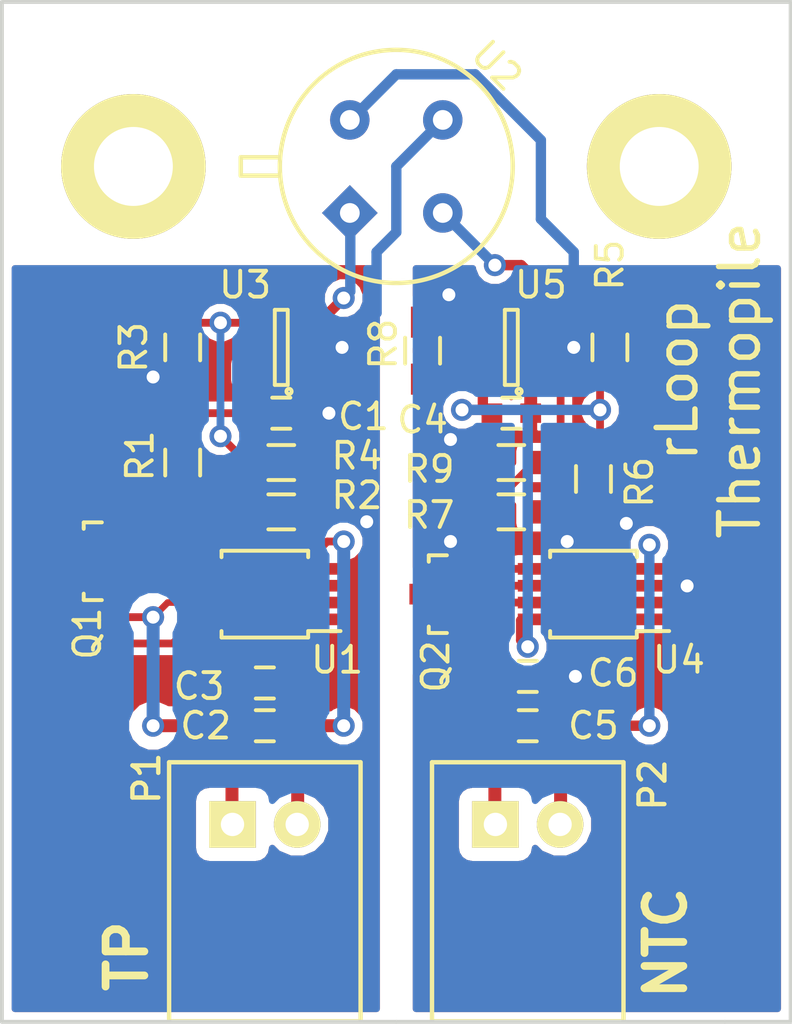
<source format=kicad_pcb>
(kicad_pcb (version 4) (host pcbnew 4.0.2-stable)

  (general
    (links 48)
    (no_connects 0)
    (area 132.004999 67.234999 162.635001 106.755001)
    (thickness 1.6)
    (drawings 11)
    (tracks 268)
    (zones 0)
    (modules 26)
    (nets 25)
  )

  (page A4)
  (title_block
    (title "Hover Engine Thermopile Carrier Board")
    (date 2016-05-16)
    (company rLoop)
  )

  (layers
    (0 F.Cu signal)
    (31 B.Cu signal)
    (32 B.Adhes user)
    (33 F.Adhes user)
    (34 B.Paste user)
    (35 F.Paste user)
    (36 B.SilkS user)
    (37 F.SilkS user)
    (38 B.Mask user)
    (39 F.Mask user)
    (40 Dwgs.User user)
    (41 Cmts.User user)
    (42 Eco1.User user)
    (43 Eco2.User user)
    (44 Edge.Cuts user)
    (45 Margin user)
    (46 B.CrtYd user)
    (47 F.CrtYd user)
    (48 B.Fab user)
    (49 F.Fab user)
  )

  (setup
    (last_trace_width 0.3)
    (user_trace_width 0.3)
    (user_trace_width 0.4)
    (user_trace_width 0.5)
    (user_trace_width 0.6)
    (user_trace_width 0.7)
    (user_trace_width 0.8)
    (user_trace_width 0.9)
    (user_trace_width 1)
    (trace_clearance 0.254)
    (zone_clearance 0.3)
    (zone_45_only no)
    (trace_min 0.2)
    (segment_width 0.2)
    (edge_width 0.15)
    (via_size 0.85)
    (via_drill 0.5)
    (via_min_size 0.4)
    (via_min_drill 0.3)
    (uvia_size 0.3)
    (uvia_drill 0.1)
    (uvias_allowed no)
    (uvia_min_size 0.2)
    (uvia_min_drill 0.1)
    (pcb_text_width 0.3)
    (pcb_text_size 1.5 1.5)
    (mod_edge_width 0.15)
    (mod_text_size 1 1)
    (mod_text_width 0.15)
    (pad_size 1.524 1.524)
    (pad_drill 0.762)
    (pad_to_mask_clearance 0.2)
    (aux_axis_origin 0 0)
    (grid_origin 153.416 76.454)
    (visible_elements 7FFEFFFF)
    (pcbplotparams
      (layerselection 0x00030_80000001)
      (usegerberextensions false)
      (excludeedgelayer true)
      (linewidth 0.100000)
      (plotframeref false)
      (viasonmask false)
      (mode 1)
      (useauxorigin false)
      (hpglpennumber 1)
      (hpglpenspeed 20)
      (hpglpendiameter 15)
      (hpglpenoverlay 2)
      (psnegative false)
      (psa4output false)
      (plotreference true)
      (plotvalue true)
      (plotinvisibletext false)
      (padsonsilk false)
      (subtractmaskfromsilk false)
      (outputformat 1)
      (mirror false)
      (drillshape 1)
      (scaleselection 1)
      (outputdirectory ""))
  )

  (net 0 "")
  (net 1 "Net-(C1-Pad2)")
  (net 2 "Net-(C3-Pad2)")
  (net 3 "Net-(C4-Pad2)")
  (net 4 "Net-(C6-Pad2)")
  (net 5 "Net-(Q1-Pad1)")
  (net 6 "Net-(Q1-Pad2)")
  (net 7 "Net-(Q2-Pad1)")
  (net 8 "Net-(Q2-Pad2)")
  (net 9 "Net-(R1-Pad2)")
  (net 10 "Net-(R2-Pad2)")
  (net 11 "Net-(R3-Pad2)")
  (net 12 "Net-(R5-Pad2)")
  (net 13 "Net-(R6-Pad2)")
  (net 14 "Net-(R7-Pad2)")
  (net 15 "Net-(R8-Pad2)")
  (net 16 "Net-(U1-Pad1)")
  (net 17 "Net-(U2-Pad1)")
  (net 18 "Net-(U4-Pad1)")
  (net 19 /24V_A)
  (net 20 /24V_B)
  (net 21 "Net-(P3-Pad1)")
  (net 22 "Net-(P4-Pad1)")
  (net 23 /GNDA)
  (net 24 /GNDB)

  (net_class Default "This is the default net class."
    (clearance 0.254)
    (trace_width 0.254)
    (via_dia 0.85)
    (via_drill 0.5)
    (uvia_dia 0.3)
    (uvia_drill 0.1)
    (add_net /GNDA)
    (add_net /GNDB)
    (add_net "Net-(C1-Pad2)")
    (add_net "Net-(C3-Pad2)")
    (add_net "Net-(C4-Pad2)")
    (add_net "Net-(C6-Pad2)")
    (add_net "Net-(P3-Pad1)")
    (add_net "Net-(P4-Pad1)")
    (add_net "Net-(Q1-Pad1)")
    (add_net "Net-(Q1-Pad2)")
    (add_net "Net-(Q2-Pad1)")
    (add_net "Net-(Q2-Pad2)")
    (add_net "Net-(R1-Pad2)")
    (add_net "Net-(R2-Pad2)")
    (add_net "Net-(R3-Pad2)")
    (add_net "Net-(R5-Pad2)")
    (add_net "Net-(R6-Pad2)")
    (add_net "Net-(R7-Pad2)")
    (add_net "Net-(R8-Pad2)")
    (add_net "Net-(U1-Pad1)")
    (add_net "Net-(U2-Pad1)")
    (add_net "Net-(U4-Pad1)")
  )

  (net_class 24V ""
    (clearance 0.5)
    (trace_width 0.254)
    (via_dia 0.85)
    (via_drill 0.5)
    (uvia_dia 0.3)
    (uvia_drill 0.1)
    (add_net /24V_A)
    (add_net /24V_B)
  )

  (module Capacitors_SMD:C_0603 (layer F.Cu) (tedit 573AB4B7) (tstamp 573AA717)
    (at 142.875 83.185 180)
    (descr "Capacitor SMD 0603, reflow soldering, AVX (see smccp.pdf)")
    (tags "capacitor 0603")
    (path /573A9B16)
    (attr smd)
    (fp_text reference C1 (at -3.175 -0.127 180) (layer F.SilkS)
      (effects (font (size 1 1) (thickness 0.15)))
    )
    (fp_text value 100n (at 0 1.9 180) (layer F.Fab)
      (effects (font (size 1 1) (thickness 0.15)))
    )
    (fp_line (start -1.45 -0.75) (end 1.45 -0.75) (layer F.CrtYd) (width 0.05))
    (fp_line (start -1.45 0.75) (end 1.45 0.75) (layer F.CrtYd) (width 0.05))
    (fp_line (start -1.45 -0.75) (end -1.45 0.75) (layer F.CrtYd) (width 0.05))
    (fp_line (start 1.45 -0.75) (end 1.45 0.75) (layer F.CrtYd) (width 0.05))
    (fp_line (start -0.35 -0.6) (end 0.35 -0.6) (layer F.SilkS) (width 0.15))
    (fp_line (start 0.35 0.6) (end -0.35 0.6) (layer F.SilkS) (width 0.15))
    (pad 1 smd rect (at -0.75 0 180) (size 0.8 0.75) (layers F.Cu F.Paste F.Mask)
      (net 23 /GNDA))
    (pad 2 smd rect (at 0.75 0 180) (size 0.8 0.75) (layers F.Cu F.Paste F.Mask)
      (net 1 "Net-(C1-Pad2)"))
    (model Capacitors_SMD.3dshapes/C_0603.wrl
      (at (xyz 0 0 0))
      (scale (xyz 1 1 1))
      (rotate (xyz 0 0 0))
    )
  )

  (module Capacitors_SMD:C_0603 (layer F.Cu) (tedit 573AB44B) (tstamp 573AA71D)
    (at 142.24 93.599 180)
    (descr "Capacitor SMD 0603, reflow soldering, AVX (see smccp.pdf)")
    (tags "capacitor 0603")
    (path /573A994D)
    (attr smd)
    (fp_text reference C2 (at 2.286 -1.651 180) (layer F.SilkS)
      (effects (font (size 1 1) (thickness 0.15)))
    )
    (fp_text value 100n (at 0 1.9 180) (layer F.Fab)
      (effects (font (size 1 1) (thickness 0.15)))
    )
    (fp_line (start -1.45 -0.75) (end 1.45 -0.75) (layer F.CrtYd) (width 0.05))
    (fp_line (start -1.45 0.75) (end 1.45 0.75) (layer F.CrtYd) (width 0.05))
    (fp_line (start -1.45 -0.75) (end -1.45 0.75) (layer F.CrtYd) (width 0.05))
    (fp_line (start 1.45 -0.75) (end 1.45 0.75) (layer F.CrtYd) (width 0.05))
    (fp_line (start -0.35 -0.6) (end 0.35 -0.6) (layer F.SilkS) (width 0.15))
    (fp_line (start 0.35 0.6) (end -0.35 0.6) (layer F.SilkS) (width 0.15))
    (pad 1 smd rect (at -0.75 0 180) (size 0.8 0.75) (layers F.Cu F.Paste F.Mask)
      (net 23 /GNDA))
    (pad 2 smd rect (at 0.75 0 180) (size 0.8 0.75) (layers F.Cu F.Paste F.Mask)
      (net 19 /24V_A))
    (model Capacitors_SMD.3dshapes/C_0603.wrl
      (at (xyz 0 0 0))
      (scale (xyz 1 1 1))
      (rotate (xyz 0 0 0))
    )
  )

  (module Capacitors_SMD:C_0603 (layer F.Cu) (tedit 573AB453) (tstamp 573AA723)
    (at 142.24 95.25)
    (descr "Capacitor SMD 0603, reflow soldering, AVX (see smccp.pdf)")
    (tags "capacitor 0603")
    (path /573A9850)
    (attr smd)
    (fp_text reference C3 (at -2.54 -1.524) (layer F.SilkS)
      (effects (font (size 1 1) (thickness 0.15)))
    )
    (fp_text value 10n (at 0 1.9) (layer F.Fab)
      (effects (font (size 1 1) (thickness 0.15)))
    )
    (fp_line (start -1.45 -0.75) (end 1.45 -0.75) (layer F.CrtYd) (width 0.05))
    (fp_line (start -1.45 0.75) (end 1.45 0.75) (layer F.CrtYd) (width 0.05))
    (fp_line (start -1.45 -0.75) (end -1.45 0.75) (layer F.CrtYd) (width 0.05))
    (fp_line (start 1.45 -0.75) (end 1.45 0.75) (layer F.CrtYd) (width 0.05))
    (fp_line (start -0.35 -0.6) (end 0.35 -0.6) (layer F.SilkS) (width 0.15))
    (fp_line (start 0.35 0.6) (end -0.35 0.6) (layer F.SilkS) (width 0.15))
    (pad 1 smd rect (at -0.75 0) (size 0.8 0.75) (layers F.Cu F.Paste F.Mask)
      (net 19 /24V_A))
    (pad 2 smd rect (at 0.75 0) (size 0.8 0.75) (layers F.Cu F.Paste F.Mask)
      (net 2 "Net-(C3-Pad2)"))
    (model Capacitors_SMD.3dshapes/C_0603.wrl
      (at (xyz 0 0 0))
      (scale (xyz 1 1 1))
      (rotate (xyz 0 0 0))
    )
  )

  (module Capacitors_SMD:C_0603 (layer F.Cu) (tedit 573AB61A) (tstamp 573AA729)
    (at 151.765 83.185 180)
    (descr "Capacitor SMD 0603, reflow soldering, AVX (see smccp.pdf)")
    (tags "capacitor 0603")
    (path /573AC519)
    (attr smd)
    (fp_text reference C4 (at 3.429 -0.254 180) (layer F.SilkS)
      (effects (font (size 1 1) (thickness 0.15)))
    )
    (fp_text value 100n (at 0 1.9 180) (layer F.Fab)
      (effects (font (size 1 1) (thickness 0.15)))
    )
    (fp_line (start -1.45 -0.75) (end 1.45 -0.75) (layer F.CrtYd) (width 0.05))
    (fp_line (start -1.45 0.75) (end 1.45 0.75) (layer F.CrtYd) (width 0.05))
    (fp_line (start -1.45 -0.75) (end -1.45 0.75) (layer F.CrtYd) (width 0.05))
    (fp_line (start 1.45 -0.75) (end 1.45 0.75) (layer F.CrtYd) (width 0.05))
    (fp_line (start -0.35 -0.6) (end 0.35 -0.6) (layer F.SilkS) (width 0.15))
    (fp_line (start 0.35 0.6) (end -0.35 0.6) (layer F.SilkS) (width 0.15))
    (pad 1 smd rect (at -0.75 0 180) (size 0.8 0.75) (layers F.Cu F.Paste F.Mask)
      (net 24 /GNDB))
    (pad 2 smd rect (at 0.75 0 180) (size 0.8 0.75) (layers F.Cu F.Paste F.Mask)
      (net 3 "Net-(C4-Pad2)"))
    (model Capacitors_SMD.3dshapes/C_0603.wrl
      (at (xyz 0 0 0))
      (scale (xyz 1 1 1))
      (rotate (xyz 0 0 0))
    )
  )

  (module Capacitors_SMD:C_0603 (layer F.Cu) (tedit 573AB465) (tstamp 573AA72F)
    (at 152.4 93.345 180)
    (descr "Capacitor SMD 0603, reflow soldering, AVX (see smccp.pdf)")
    (tags "capacitor 0603")
    (path /573AC510)
    (attr smd)
    (fp_text reference C5 (at -2.54 -1.905 180) (layer F.SilkS)
      (effects (font (size 1 1) (thickness 0.15)))
    )
    (fp_text value 100n (at 0 1.9 180) (layer F.Fab)
      (effects (font (size 1 1) (thickness 0.15)))
    )
    (fp_line (start -1.45 -0.75) (end 1.45 -0.75) (layer F.CrtYd) (width 0.05))
    (fp_line (start -1.45 0.75) (end 1.45 0.75) (layer F.CrtYd) (width 0.05))
    (fp_line (start -1.45 -0.75) (end -1.45 0.75) (layer F.CrtYd) (width 0.05))
    (fp_line (start 1.45 -0.75) (end 1.45 0.75) (layer F.CrtYd) (width 0.05))
    (fp_line (start -0.35 -0.6) (end 0.35 -0.6) (layer F.SilkS) (width 0.15))
    (fp_line (start 0.35 0.6) (end -0.35 0.6) (layer F.SilkS) (width 0.15))
    (pad 1 smd rect (at -0.75 0 180) (size 0.8 0.75) (layers F.Cu F.Paste F.Mask)
      (net 24 /GNDB))
    (pad 2 smd rect (at 0.75 0 180) (size 0.8 0.75) (layers F.Cu F.Paste F.Mask)
      (net 20 /24V_B))
    (model Capacitors_SMD.3dshapes/C_0603.wrl
      (at (xyz 0 0 0))
      (scale (xyz 1 1 1))
      (rotate (xyz 0 0 0))
    )
  )

  (module Capacitors_SMD:C_0603 (layer F.Cu) (tedit 573AB46D) (tstamp 573AA735)
    (at 152.4 95.25)
    (descr "Capacitor SMD 0603, reflow soldering, AVX (see smccp.pdf)")
    (tags "capacitor 0603")
    (path /573AC506)
    (attr smd)
    (fp_text reference C6 (at 3.302 -2.032) (layer F.SilkS)
      (effects (font (size 1 1) (thickness 0.15)))
    )
    (fp_text value 10n (at 0 1.9) (layer F.Fab)
      (effects (font (size 1 1) (thickness 0.15)))
    )
    (fp_line (start -1.45 -0.75) (end 1.45 -0.75) (layer F.CrtYd) (width 0.05))
    (fp_line (start -1.45 0.75) (end 1.45 0.75) (layer F.CrtYd) (width 0.05))
    (fp_line (start -1.45 -0.75) (end -1.45 0.75) (layer F.CrtYd) (width 0.05))
    (fp_line (start 1.45 -0.75) (end 1.45 0.75) (layer F.CrtYd) (width 0.05))
    (fp_line (start -0.35 -0.6) (end 0.35 -0.6) (layer F.SilkS) (width 0.15))
    (fp_line (start 0.35 0.6) (end -0.35 0.6) (layer F.SilkS) (width 0.15))
    (pad 1 smd rect (at -0.75 0) (size 0.8 0.75) (layers F.Cu F.Paste F.Mask)
      (net 20 /24V_B))
    (pad 2 smd rect (at 0.75 0) (size 0.8 0.75) (layers F.Cu F.Paste F.Mask)
      (net 4 "Net-(C6-Pad2)"))
    (model Capacitors_SMD.3dshapes/C_0603.wrl
      (at (xyz 0 0 0))
      (scale (xyz 1 1 1))
      (rotate (xyz 0 0 0))
    )
  )

  (module -footprints:CONN-JST-XH-2-PTH-RGT (layer F.Cu) (tedit 573AB44E) (tstamp 573AA73B)
    (at 142.24 99.06 180)
    (path /573A93C7)
    (fp_text reference P1 (at 4.572 1.778 270) (layer F.SilkS)
      (effects (font (size 1 1) (thickness 0.17)))
    )
    (fp_text value CONN_01X02 (at 0 5.5 180) (layer F.Fab)
      (effects (font (size 1 1) (thickness 0.17)))
    )
    (fp_line (start -3.7 -7.6) (end 3.7 -7.6) (layer F.SilkS) (width 0.17))
    (fp_line (start -3.7 2.4) (end 3.7 2.4) (layer F.SilkS) (width 0.17))
    (fp_line (start -3.7 2.4) (end -3.7 -7.6) (layer F.SilkS) (width 0.17))
    (fp_line (start 3.7 2.4) (end 3.7 -7.6) (layer F.SilkS) (width 0.17))
    (pad 1 thru_hole rect (at 1.25 0 180) (size 1.8 1.8) (drill 0.9) (layers *.Cu *.Mask F.SilkS)
      (net 19 /24V_A))
    (pad 2 thru_hole circle (at -1.25 0 180) (size 1.8 1.8) (drill 0.9) (layers *.Cu *.Mask F.SilkS)
      (net 2 "Net-(C3-Pad2)"))
  )

  (module -footprints:CONN-JST-XH-2-PTH-RGT (layer F.Cu) (tedit 573AB460) (tstamp 573AA741)
    (at 152.4 99.06 180)
    (path /573AC4EB)
    (fp_text reference P2 (at -4.826 1.524 270) (layer F.SilkS)
      (effects (font (size 1 1) (thickness 0.17)))
    )
    (fp_text value CONN_01X02 (at 0 5.5 180) (layer F.Fab)
      (effects (font (size 1 1) (thickness 0.17)))
    )
    (fp_line (start -3.7 -7.6) (end 3.7 -7.6) (layer F.SilkS) (width 0.17))
    (fp_line (start -3.7 2.4) (end 3.7 2.4) (layer F.SilkS) (width 0.17))
    (fp_line (start -3.7 2.4) (end -3.7 -7.6) (layer F.SilkS) (width 0.17))
    (fp_line (start 3.7 2.4) (end 3.7 -7.6) (layer F.SilkS) (width 0.17))
    (pad 1 thru_hole rect (at 1.25 0 180) (size 1.8 1.8) (drill 0.9) (layers *.Cu *.Mask F.SilkS)
      (net 20 /24V_B))
    (pad 2 thru_hole circle (at -1.25 0 180) (size 1.8 1.8) (drill 0.9) (layers *.Cu *.Mask F.SilkS)
      (net 4 "Net-(C6-Pad2)"))
  )

  (module TO_SOT_Packages_SMD:SOT-23 (layer F.Cu) (tedit 573AB4C0) (tstamp 573AA748)
    (at 135.89 88.9 90)
    (descr "SOT-23, Standard")
    (tags SOT-23)
    (path /573A943D)
    (attr smd)
    (fp_text reference Q1 (at -2.794 -0.508 90) (layer F.SilkS)
      (effects (font (size 1 1) (thickness 0.15)))
    )
    (fp_text value Q_NPN_BEC (at 0 2.3 90) (layer F.Fab)
      (effects (font (size 1 1) (thickness 0.15)))
    )
    (fp_line (start -1.65 -1.6) (end 1.65 -1.6) (layer F.CrtYd) (width 0.05))
    (fp_line (start 1.65 -1.6) (end 1.65 1.6) (layer F.CrtYd) (width 0.05))
    (fp_line (start 1.65 1.6) (end -1.65 1.6) (layer F.CrtYd) (width 0.05))
    (fp_line (start -1.65 1.6) (end -1.65 -1.6) (layer F.CrtYd) (width 0.05))
    (fp_line (start 1.29916 -0.65024) (end 1.2509 -0.65024) (layer F.SilkS) (width 0.15))
    (fp_line (start -1.49982 0.0508) (end -1.49982 -0.65024) (layer F.SilkS) (width 0.15))
    (fp_line (start -1.49982 -0.65024) (end -1.2509 -0.65024) (layer F.SilkS) (width 0.15))
    (fp_line (start 1.29916 -0.65024) (end 1.49982 -0.65024) (layer F.SilkS) (width 0.15))
    (fp_line (start 1.49982 -0.65024) (end 1.49982 0.0508) (layer F.SilkS) (width 0.15))
    (pad 1 smd rect (at -0.95 1.00076 90) (size 0.8001 0.8001) (layers F.Cu F.Paste F.Mask)
      (net 5 "Net-(Q1-Pad1)"))
    (pad 2 smd rect (at 0.95 1.00076 90) (size 0.8001 0.8001) (layers F.Cu F.Paste F.Mask)
      (net 6 "Net-(Q1-Pad2)"))
    (pad 3 smd rect (at 0 -0.99822 90) (size 0.8001 0.8001) (layers F.Cu F.Paste F.Mask)
      (net 19 /24V_A))
    (model TO_SOT_Packages_SMD.3dshapes/SOT-23.wrl
      (at (xyz 0 0 0))
      (scale (xyz 1 1 1))
      (rotate (xyz 0 0 0))
    )
  )

  (module TO_SOT_Packages_SMD:SOT-23 (layer F.Cu) (tedit 573AB45A) (tstamp 573AA74F)
    (at 149.225 90.17 90)
    (descr "SOT-23, Standard")
    (tags SOT-23)
    (path /573AC4F2)
    (attr smd)
    (fp_text reference Q2 (at -2.794 -0.381 90) (layer F.SilkS)
      (effects (font (size 1 1) (thickness 0.15)))
    )
    (fp_text value Q_NPN_BEC (at 0 2.3 90) (layer F.Fab)
      (effects (font (size 1 1) (thickness 0.15)))
    )
    (fp_line (start -1.65 -1.6) (end 1.65 -1.6) (layer F.CrtYd) (width 0.05))
    (fp_line (start 1.65 -1.6) (end 1.65 1.6) (layer F.CrtYd) (width 0.05))
    (fp_line (start 1.65 1.6) (end -1.65 1.6) (layer F.CrtYd) (width 0.05))
    (fp_line (start -1.65 1.6) (end -1.65 -1.6) (layer F.CrtYd) (width 0.05))
    (fp_line (start 1.29916 -0.65024) (end 1.2509 -0.65024) (layer F.SilkS) (width 0.15))
    (fp_line (start -1.49982 0.0508) (end -1.49982 -0.65024) (layer F.SilkS) (width 0.15))
    (fp_line (start -1.49982 -0.65024) (end -1.2509 -0.65024) (layer F.SilkS) (width 0.15))
    (fp_line (start 1.29916 -0.65024) (end 1.49982 -0.65024) (layer F.SilkS) (width 0.15))
    (fp_line (start 1.49982 -0.65024) (end 1.49982 0.0508) (layer F.SilkS) (width 0.15))
    (pad 1 smd rect (at -0.95 1.00076 90) (size 0.8001 0.8001) (layers F.Cu F.Paste F.Mask)
      (net 7 "Net-(Q2-Pad1)"))
    (pad 2 smd rect (at 0.95 1.00076 90) (size 0.8001 0.8001) (layers F.Cu F.Paste F.Mask)
      (net 8 "Net-(Q2-Pad2)"))
    (pad 3 smd rect (at 0 -0.99822 90) (size 0.8001 0.8001) (layers F.Cu F.Paste F.Mask)
      (net 20 /24V_B))
    (model TO_SOT_Packages_SMD.3dshapes/SOT-23.wrl
      (at (xyz 0 0 0))
      (scale (xyz 1 1 1))
      (rotate (xyz 0 0 0))
    )
  )

  (module Resistors_SMD:R_0603_HandSoldering (layer F.Cu) (tedit 573AB4B9) (tstamp 573AA755)
    (at 139.065 85.09 270)
    (descr "Resistor SMD 0603, hand soldering")
    (tags "resistor 0603")
    (path /573A907B)
    (attr smd)
    (fp_text reference R1 (at -0.254 1.651 270) (layer F.SilkS)
      (effects (font (size 1 1) (thickness 0.15)))
    )
    (fp_text value 125K (at 0 1.9 270) (layer F.Fab)
      (effects (font (size 1 1) (thickness 0.15)))
    )
    (fp_line (start -2 -0.8) (end 2 -0.8) (layer F.CrtYd) (width 0.05))
    (fp_line (start -2 0.8) (end 2 0.8) (layer F.CrtYd) (width 0.05))
    (fp_line (start -2 -0.8) (end -2 0.8) (layer F.CrtYd) (width 0.05))
    (fp_line (start 2 -0.8) (end 2 0.8) (layer F.CrtYd) (width 0.05))
    (fp_line (start 0.5 0.675) (end -0.5 0.675) (layer F.SilkS) (width 0.15))
    (fp_line (start -0.5 -0.675) (end 0.5 -0.675) (layer F.SilkS) (width 0.15))
    (pad 1 smd rect (at -1.1 0 270) (size 1.2 0.9) (layers F.Cu F.Paste F.Mask)
      (net 1 "Net-(C1-Pad2)"))
    (pad 2 smd rect (at 1.1 0 270) (size 1.2 0.9) (layers F.Cu F.Paste F.Mask)
      (net 9 "Net-(R1-Pad2)"))
    (model Resistors_SMD.3dshapes/R_0603_HandSoldering.wrl
      (at (xyz 0 0 0))
      (scale (xyz 1 1 1))
      (rotate (xyz 0 0 0))
    )
  )

  (module Resistors_SMD:R_0603_HandSoldering (layer F.Cu) (tedit 573AB4B0) (tstamp 573AA75B)
    (at 142.875 86.995)
    (descr "Resistor SMD 0603, hand soldering")
    (tags "resistor 0603")
    (path /573A9028)
    (attr smd)
    (fp_text reference R2 (at 2.921 -0.635) (layer F.SilkS)
      (effects (font (size 1 1) (thickness 0.15)))
    )
    (fp_text value 25K (at 0 1.9) (layer F.Fab)
      (effects (font (size 1 1) (thickness 0.15)))
    )
    (fp_line (start -2 -0.8) (end 2 -0.8) (layer F.CrtYd) (width 0.05))
    (fp_line (start -2 0.8) (end 2 0.8) (layer F.CrtYd) (width 0.05))
    (fp_line (start -2 -0.8) (end -2 0.8) (layer F.CrtYd) (width 0.05))
    (fp_line (start 2 -0.8) (end 2 0.8) (layer F.CrtYd) (width 0.05))
    (fp_line (start 0.5 0.675) (end -0.5 0.675) (layer F.SilkS) (width 0.15))
    (fp_line (start -0.5 -0.675) (end 0.5 -0.675) (layer F.SilkS) (width 0.15))
    (pad 1 smd rect (at -1.1 0) (size 1.2 0.9) (layers F.Cu F.Paste F.Mask)
      (net 9 "Net-(R1-Pad2)"))
    (pad 2 smd rect (at 1.1 0) (size 1.2 0.9) (layers F.Cu F.Paste F.Mask)
      (net 10 "Net-(R2-Pad2)"))
    (model Resistors_SMD.3dshapes/R_0603_HandSoldering.wrl
      (at (xyz 0 0 0))
      (scale (xyz 1 1 1))
      (rotate (xyz 0 0 0))
    )
  )

  (module Resistors_SMD:R_0603_HandSoldering (layer F.Cu) (tedit 5418A00F) (tstamp 573AA761)
    (at 139.065 80.645 90)
    (descr "Resistor SMD 0603, hand soldering")
    (tags "resistor 0603")
    (path /573AA869)
    (attr smd)
    (fp_text reference R3 (at 0 -1.9 90) (layer F.SilkS)
      (effects (font (size 1 1) (thickness 0.15)))
    )
    (fp_text value 825 (at 0 1.9 90) (layer F.Fab)
      (effects (font (size 1 1) (thickness 0.15)))
    )
    (fp_line (start -2 -0.8) (end 2 -0.8) (layer F.CrtYd) (width 0.05))
    (fp_line (start -2 0.8) (end 2 0.8) (layer F.CrtYd) (width 0.05))
    (fp_line (start -2 -0.8) (end -2 0.8) (layer F.CrtYd) (width 0.05))
    (fp_line (start 2 -0.8) (end 2 0.8) (layer F.CrtYd) (width 0.05))
    (fp_line (start 0.5 0.675) (end -0.5 0.675) (layer F.SilkS) (width 0.15))
    (fp_line (start -0.5 -0.675) (end 0.5 -0.675) (layer F.SilkS) (width 0.15))
    (pad 1 smd rect (at -1.1 0 90) (size 1.2 0.9) (layers F.Cu F.Paste F.Mask)
      (net 23 /GNDA))
    (pad 2 smd rect (at 1.1 0 90) (size 1.2 0.9) (layers F.Cu F.Paste F.Mask)
      (net 11 "Net-(R3-Pad2)"))
    (model Resistors_SMD.3dshapes/R_0603_HandSoldering.wrl
      (at (xyz 0 0 0))
      (scale (xyz 1 1 1))
      (rotate (xyz 0 0 0))
    )
  )

  (module Resistors_SMD:R_0603_HandSoldering (layer F.Cu) (tedit 573AB4B2) (tstamp 573AA767)
    (at 142.875 85.09)
    (descr "Resistor SMD 0603, hand soldering")
    (tags "resistor 0603")
    (path /573AAA00)
    (attr smd)
    (fp_text reference R4 (at 2.921 -0.254) (layer F.SilkS)
      (effects (font (size 1 1) (thickness 0.15)))
    )
    (fp_text value 470K (at 0 1.9) (layer F.Fab)
      (effects (font (size 1 1) (thickness 0.15)))
    )
    (fp_line (start -2 -0.8) (end 2 -0.8) (layer F.CrtYd) (width 0.05))
    (fp_line (start -2 0.8) (end 2 0.8) (layer F.CrtYd) (width 0.05))
    (fp_line (start -2 -0.8) (end -2 0.8) (layer F.CrtYd) (width 0.05))
    (fp_line (start 2 -0.8) (end 2 0.8) (layer F.CrtYd) (width 0.05))
    (fp_line (start 0.5 0.675) (end -0.5 0.675) (layer F.SilkS) (width 0.15))
    (fp_line (start -0.5 -0.675) (end 0.5 -0.675) (layer F.SilkS) (width 0.15))
    (pad 1 smd rect (at -1.1 0) (size 1.2 0.9) (layers F.Cu F.Paste F.Mask)
      (net 11 "Net-(R3-Pad2)"))
    (pad 2 smd rect (at 1.1 0) (size 1.2 0.9) (layers F.Cu F.Paste F.Mask)
      (net 10 "Net-(R2-Pad2)"))
    (model Resistors_SMD.3dshapes/R_0603_HandSoldering.wrl
      (at (xyz 0 0 0))
      (scale (xyz 1 1 1))
      (rotate (xyz 0 0 0))
    )
  )

  (module Resistors_SMD:R_0603_HandSoldering (layer F.Cu) (tedit 573AB78F) (tstamp 573AA76D)
    (at 155.575 80.645 90)
    (descr "Resistor SMD 0603, hand soldering")
    (tags "resistor 0603")
    (path /573AD72C)
    (attr smd)
    (fp_text reference R5 (at 3.175 0 90) (layer F.SilkS)
      (effects (font (size 1 1) (thickness 0.15)))
    )
    (fp_text value 100K (at 0 1.9 90) (layer F.Fab)
      (effects (font (size 1 1) (thickness 0.15)))
    )
    (fp_line (start -2 -0.8) (end 2 -0.8) (layer F.CrtYd) (width 0.05))
    (fp_line (start -2 0.8) (end 2 0.8) (layer F.CrtYd) (width 0.05))
    (fp_line (start -2 -0.8) (end -2 0.8) (layer F.CrtYd) (width 0.05))
    (fp_line (start 2 -0.8) (end 2 0.8) (layer F.CrtYd) (width 0.05))
    (fp_line (start 0.5 0.675) (end -0.5 0.675) (layer F.SilkS) (width 0.15))
    (fp_line (start -0.5 -0.675) (end 0.5 -0.675) (layer F.SilkS) (width 0.15))
    (pad 1 smd rect (at -1.1 0 90) (size 1.2 0.9) (layers F.Cu F.Paste F.Mask)
      (net 3 "Net-(C4-Pad2)"))
    (pad 2 smd rect (at 1.1 0 90) (size 1.2 0.9) (layers F.Cu F.Paste F.Mask)
      (net 12 "Net-(R5-Pad2)"))
    (model Resistors_SMD.3dshapes/R_0603_HandSoldering.wrl
      (at (xyz 0 0 0))
      (scale (xyz 1 1 1))
      (rotate (xyz 0 0 0))
    )
  )

  (module Resistors_SMD:R_0603_HandSoldering (layer F.Cu) (tedit 573AB480) (tstamp 573AA773)
    (at 154.94 85.725 270)
    (descr "Resistor SMD 0603, hand soldering")
    (tags "resistor 0603")
    (path /573AC4DA)
    (attr smd)
    (fp_text reference R6 (at 0.127 -1.778 270) (layer F.SilkS)
      (effects (font (size 1 1) (thickness 0.15)))
    )
    (fp_text value 125K (at 0 1.9 270) (layer F.Fab)
      (effects (font (size 1 1) (thickness 0.15)))
    )
    (fp_line (start -2 -0.8) (end 2 -0.8) (layer F.CrtYd) (width 0.05))
    (fp_line (start -2 0.8) (end 2 0.8) (layer F.CrtYd) (width 0.05))
    (fp_line (start -2 -0.8) (end -2 0.8) (layer F.CrtYd) (width 0.05))
    (fp_line (start 2 -0.8) (end 2 0.8) (layer F.CrtYd) (width 0.05))
    (fp_line (start 0.5 0.675) (end -0.5 0.675) (layer F.SilkS) (width 0.15))
    (fp_line (start -0.5 -0.675) (end 0.5 -0.675) (layer F.SilkS) (width 0.15))
    (pad 1 smd rect (at -1.1 0 270) (size 1.2 0.9) (layers F.Cu F.Paste F.Mask)
      (net 3 "Net-(C4-Pad2)"))
    (pad 2 smd rect (at 1.1 0 270) (size 1.2 0.9) (layers F.Cu F.Paste F.Mask)
      (net 13 "Net-(R6-Pad2)"))
    (model Resistors_SMD.3dshapes/R_0603_HandSoldering.wrl
      (at (xyz 0 0 0))
      (scale (xyz 1 1 1))
      (rotate (xyz 0 0 0))
    )
  )

  (module Resistors_SMD:R_0603_HandSoldering (layer F.Cu) (tedit 573AB475) (tstamp 573AA779)
    (at 151.765 86.995 180)
    (descr "Resistor SMD 0603, hand soldering")
    (tags "resistor 0603")
    (path /573AC4D3)
    (attr smd)
    (fp_text reference R7 (at 3.175 -0.127 180) (layer F.SilkS)
      (effects (font (size 1 1) (thickness 0.15)))
    )
    (fp_text value 25K (at 0 1.9 180) (layer F.Fab)
      (effects (font (size 1 1) (thickness 0.15)))
    )
    (fp_line (start -2 -0.8) (end 2 -0.8) (layer F.CrtYd) (width 0.05))
    (fp_line (start -2 0.8) (end 2 0.8) (layer F.CrtYd) (width 0.05))
    (fp_line (start -2 -0.8) (end -2 0.8) (layer F.CrtYd) (width 0.05))
    (fp_line (start 2 -0.8) (end 2 0.8) (layer F.CrtYd) (width 0.05))
    (fp_line (start 0.5 0.675) (end -0.5 0.675) (layer F.SilkS) (width 0.15))
    (fp_line (start -0.5 -0.675) (end 0.5 -0.675) (layer F.SilkS) (width 0.15))
    (pad 1 smd rect (at -1.1 0 180) (size 1.2 0.9) (layers F.Cu F.Paste F.Mask)
      (net 13 "Net-(R6-Pad2)"))
    (pad 2 smd rect (at 1.1 0 180) (size 1.2 0.9) (layers F.Cu F.Paste F.Mask)
      (net 14 "Net-(R7-Pad2)"))
    (model Resistors_SMD.3dshapes/R_0603_HandSoldering.wrl
      (at (xyz 0 0 0))
      (scale (xyz 1 1 1))
      (rotate (xyz 0 0 0))
    )
  )

  (module Resistors_SMD:R_0603_HandSoldering (layer F.Cu) (tedit 573AB494) (tstamp 573AA77F)
    (at 148.336 80.772 270)
    (descr "Resistor SMD 0603, hand soldering")
    (tags "resistor 0603")
    (path /573AC522)
    (attr smd)
    (fp_text reference R8 (at -0.254 1.524 270) (layer F.SilkS)
      (effects (font (size 1 1) (thickness 0.15)))
    )
    (fp_text value 100K (at 0 1.9 270) (layer F.Fab)
      (effects (font (size 1 1) (thickness 0.15)))
    )
    (fp_line (start -2 -0.8) (end 2 -0.8) (layer F.CrtYd) (width 0.05))
    (fp_line (start -2 0.8) (end 2 0.8) (layer F.CrtYd) (width 0.05))
    (fp_line (start -2 -0.8) (end -2 0.8) (layer F.CrtYd) (width 0.05))
    (fp_line (start 2 -0.8) (end 2 0.8) (layer F.CrtYd) (width 0.05))
    (fp_line (start 0.5 0.675) (end -0.5 0.675) (layer F.SilkS) (width 0.15))
    (fp_line (start -0.5 -0.675) (end 0.5 -0.675) (layer F.SilkS) (width 0.15))
    (pad 1 smd rect (at -1.1 0 270) (size 1.2 0.9) (layers F.Cu F.Paste F.Mask)
      (net 24 /GNDB))
    (pad 2 smd rect (at 1.1 0 270) (size 1.2 0.9) (layers F.Cu F.Paste F.Mask)
      (net 15 "Net-(R8-Pad2)"))
    (model Resistors_SMD.3dshapes/R_0603_HandSoldering.wrl
      (at (xyz 0 0 0))
      (scale (xyz 1 1 1))
      (rotate (xyz 0 0 0))
    )
  )

  (module Resistors_SMD:R_0603_HandSoldering (layer F.Cu) (tedit 573AB488) (tstamp 573AA785)
    (at 151.765 85.09)
    (descr "Resistor SMD 0603, hand soldering")
    (tags "resistor 0603")
    (path /573AC52C)
    (attr smd)
    (fp_text reference R9 (at -3.175 0.254) (layer F.SilkS)
      (effects (font (size 1 1) (thickness 0.15)))
    )
    (fp_text value 10K (at 0 1.9) (layer F.Fab)
      (effects (font (size 1 1) (thickness 0.15)))
    )
    (fp_line (start -2 -0.8) (end 2 -0.8) (layer F.CrtYd) (width 0.05))
    (fp_line (start -2 0.8) (end 2 0.8) (layer F.CrtYd) (width 0.05))
    (fp_line (start -2 -0.8) (end -2 0.8) (layer F.CrtYd) (width 0.05))
    (fp_line (start 2 -0.8) (end 2 0.8) (layer F.CrtYd) (width 0.05))
    (fp_line (start 0.5 0.675) (end -0.5 0.675) (layer F.SilkS) (width 0.15))
    (fp_line (start -0.5 -0.675) (end 0.5 -0.675) (layer F.SilkS) (width 0.15))
    (pad 1 smd rect (at -1.1 0) (size 1.2 0.9) (layers F.Cu F.Paste F.Mask)
      (net 15 "Net-(R8-Pad2)"))
    (pad 2 smd rect (at 1.1 0) (size 1.2 0.9) (layers F.Cu F.Paste F.Mask)
      (net 14 "Net-(R7-Pad2)"))
    (model Resistors_SMD.3dshapes/R_0603_HandSoldering.wrl
      (at (xyz 0 0 0))
      (scale (xyz 1 1 1))
      (rotate (xyz 0 0 0))
    )
  )

  (module Housings_SSOP:MSOP-8_3x3mm_Pitch0.65mm (layer F.Cu) (tedit 573AB457) (tstamp 573AA791)
    (at 142.24 90.17 180)
    (descr "8-Lead Plastic Micro Small Outline Package (MS) [MSOP] (see Microchip Packaging Specification 00000049BS.pdf)")
    (tags "SSOP 0.65")
    (path /573A8B03)
    (attr smd)
    (fp_text reference U1 (at -2.794 -2.54 180) (layer F.SilkS)
      (effects (font (size 1 1) (thickness 0.15)))
    )
    (fp_text value XTR117 (at 0 2.6 180) (layer F.Fab)
      (effects (font (size 1 1) (thickness 0.15)))
    )
    (fp_line (start -3.2 -1.85) (end -3.2 1.85) (layer F.CrtYd) (width 0.05))
    (fp_line (start 3.2 -1.85) (end 3.2 1.85) (layer F.CrtYd) (width 0.05))
    (fp_line (start -3.2 -1.85) (end 3.2 -1.85) (layer F.CrtYd) (width 0.05))
    (fp_line (start -3.2 1.85) (end 3.2 1.85) (layer F.CrtYd) (width 0.05))
    (fp_line (start -1.675 -1.675) (end -1.675 -1.425) (layer F.SilkS) (width 0.15))
    (fp_line (start 1.675 -1.675) (end 1.675 -1.425) (layer F.SilkS) (width 0.15))
    (fp_line (start 1.675 1.675) (end 1.675 1.425) (layer F.SilkS) (width 0.15))
    (fp_line (start -1.675 1.675) (end -1.675 1.425) (layer F.SilkS) (width 0.15))
    (fp_line (start -1.675 -1.675) (end 1.675 -1.675) (layer F.SilkS) (width 0.15))
    (fp_line (start -1.675 1.675) (end 1.675 1.675) (layer F.SilkS) (width 0.15))
    (fp_line (start -1.675 -1.425) (end -2.925 -1.425) (layer F.SilkS) (width 0.15))
    (pad 1 smd rect (at -2.2 -0.975 180) (size 1.45 0.45) (layers F.Cu F.Paste F.Mask)
      (net 16 "Net-(U1-Pad1)"))
    (pad 2 smd rect (at -2.2 -0.325 180) (size 1.45 0.45) (layers F.Cu F.Paste F.Mask)
      (net 9 "Net-(R1-Pad2)"))
    (pad 3 smd rect (at -2.2 0.325 180) (size 1.45 0.45) (layers F.Cu F.Paste F.Mask)
      (net 23 /GNDA))
    (pad 4 smd rect (at -2.2 0.975 180) (size 1.45 0.45) (layers F.Cu F.Paste F.Mask)
      (net 2 "Net-(C3-Pad2)"))
    (pad 5 smd rect (at 2.2 0.975 180) (size 1.45 0.45) (layers F.Cu F.Paste F.Mask)
      (net 6 "Net-(Q1-Pad2)"))
    (pad 6 smd rect (at 2.2 0.325 180) (size 1.45 0.45) (layers F.Cu F.Paste F.Mask)
      (net 5 "Net-(Q1-Pad1)"))
    (pad 7 smd rect (at 2.2 -0.325 180) (size 1.45 0.45) (layers F.Cu F.Paste F.Mask)
      (net 19 /24V_A))
    (pad 8 smd rect (at 2.2 -0.975 180) (size 1.45 0.45) (layers F.Cu F.Paste F.Mask)
      (net 1 "Net-(C1-Pad2)"))
    (model Housings_SSOP.3dshapes/MSOP-8_3x3mm_Pitch0.65mm.wrl
      (at (xyz 0 0 0))
      (scale (xyz 1 1 1))
      (rotate (xyz 0 0 0))
    )
  )

  (module -footprints:TS305-10C50 (layer F.Cu) (tedit 573A9B3F) (tstamp 573AA79D)
    (at 147.32 73.66 135)
    (path /573AA0EA)
    (fp_text reference U2 (at 0 5.5 135) (layer F.SilkS)
      (effects (font (size 1 1) (thickness 0.15)))
    )
    (fp_text value TS305-10C50 (at 0 -5.5 135) (layer F.Fab)
      (effects (font (size 1 1) (thickness 0.15)))
    )
    (fp_line (start 3 -3.5) (end 4 -4.5) (layer F.SilkS) (width 0.17))
    (fp_line (start 4 -4.5) (end 4.5 -4) (layer F.SilkS) (width 0.17))
    (fp_line (start 4.5 -4) (end 3.5 -3) (layer F.SilkS) (width 0.17))
    (fp_circle (center 0 0) (end 4.5 0) (layer F.SilkS) (width 0.17))
    (pad 1 thru_hole rect (at 0 -2.54 135) (size 1.524 1.524) (drill 0.762) (layers *.Cu *.Mask)
      (net 17 "Net-(U2-Pad1)"))
    (pad 2 thru_hole circle (at -2.54 0 135) (size 1.524 1.524) (drill 0.762) (layers *.Cu *.Mask)
      (net 12 "Net-(R5-Pad2)"))
    (pad 3 thru_hole circle (at 0 2.54 135) (size 1.524 1.524) (drill 0.762) (layers *.Cu *.Mask)
      (net 23 /GNDA))
    (pad 4 thru_hole circle (at 2.54 0 135) (size 1.524 1.524) (drill 0.762) (layers *.Cu *.Mask)
      (net 24 /GNDB))
  )

  (module TO_SOT_Packages_SMD:SOT-23-5 (layer F.Cu) (tedit 573AB4A2) (tstamp 573AA7A6)
    (at 142.875 80.645 180)
    (descr "5-pin SOT23 package")
    (tags SOT-23-5)
    (path /573A8E42)
    (attr smd)
    (fp_text reference U3 (at 1.397 2.413 180) (layer F.SilkS)
      (effects (font (size 1 1) (thickness 0.15)))
    )
    (fp_text value LTC2054 (at -0.05 2.35 180) (layer F.Fab)
      (effects (font (size 1 1) (thickness 0.15)))
    )
    (fp_line (start -1.8 -1.6) (end 1.8 -1.6) (layer F.CrtYd) (width 0.05))
    (fp_line (start 1.8 -1.6) (end 1.8 1.6) (layer F.CrtYd) (width 0.05))
    (fp_line (start 1.8 1.6) (end -1.8 1.6) (layer F.CrtYd) (width 0.05))
    (fp_line (start -1.8 1.6) (end -1.8 -1.6) (layer F.CrtYd) (width 0.05))
    (fp_circle (center -0.3 -1.7) (end -0.2 -1.7) (layer F.SilkS) (width 0.15))
    (fp_line (start 0.25 -1.45) (end -0.25 -1.45) (layer F.SilkS) (width 0.15))
    (fp_line (start 0.25 1.45) (end 0.25 -1.45) (layer F.SilkS) (width 0.15))
    (fp_line (start -0.25 1.45) (end 0.25 1.45) (layer F.SilkS) (width 0.15))
    (fp_line (start -0.25 -1.45) (end -0.25 1.45) (layer F.SilkS) (width 0.15))
    (pad 1 smd rect (at -1.1 -0.95 180) (size 1.06 0.65) (layers F.Cu F.Paste F.Mask)
      (net 10 "Net-(R2-Pad2)"))
    (pad 2 smd rect (at -1.1 0 180) (size 1.06 0.65) (layers F.Cu F.Paste F.Mask)
      (net 23 /GNDA))
    (pad 3 smd rect (at -1.1 0.95 180) (size 1.06 0.65) (layers F.Cu F.Paste F.Mask)
      (net 17 "Net-(U2-Pad1)"))
    (pad 4 smd rect (at 1.1 0.95 180) (size 1.06 0.65) (layers F.Cu F.Paste F.Mask)
      (net 11 "Net-(R3-Pad2)"))
    (pad 5 smd rect (at 1.1 -0.95 180) (size 1.06 0.65) (layers F.Cu F.Paste F.Mask)
      (net 1 "Net-(C1-Pad2)"))
    (model TO_SOT_Packages_SMD.3dshapes/SOT-23-5.wrl
      (at (xyz 0 0 0))
      (scale (xyz 1 1 1))
      (rotate (xyz 0 0 0))
    )
  )

  (module Housings_SSOP:MSOP-8_3x3mm_Pitch0.65mm (layer F.Cu) (tedit 573AB470) (tstamp 573AA7B2)
    (at 154.94 90.17 180)
    (descr "8-Lead Plastic Micro Small Outline Package (MS) [MSOP] (see Microchip Packaging Specification 00000049BS.pdf)")
    (tags "SSOP 0.65")
    (path /573AC4C3)
    (attr smd)
    (fp_text reference U4 (at -3.302 -2.54 180) (layer F.SilkS)
      (effects (font (size 1 1) (thickness 0.15)))
    )
    (fp_text value XTR117 (at 0 2.6 180) (layer F.Fab)
      (effects (font (size 1 1) (thickness 0.15)))
    )
    (fp_line (start -3.2 -1.85) (end -3.2 1.85) (layer F.CrtYd) (width 0.05))
    (fp_line (start 3.2 -1.85) (end 3.2 1.85) (layer F.CrtYd) (width 0.05))
    (fp_line (start -3.2 -1.85) (end 3.2 -1.85) (layer F.CrtYd) (width 0.05))
    (fp_line (start -3.2 1.85) (end 3.2 1.85) (layer F.CrtYd) (width 0.05))
    (fp_line (start -1.675 -1.675) (end -1.675 -1.425) (layer F.SilkS) (width 0.15))
    (fp_line (start 1.675 -1.675) (end 1.675 -1.425) (layer F.SilkS) (width 0.15))
    (fp_line (start 1.675 1.675) (end 1.675 1.425) (layer F.SilkS) (width 0.15))
    (fp_line (start -1.675 1.675) (end -1.675 1.425) (layer F.SilkS) (width 0.15))
    (fp_line (start -1.675 -1.675) (end 1.675 -1.675) (layer F.SilkS) (width 0.15))
    (fp_line (start -1.675 1.675) (end 1.675 1.675) (layer F.SilkS) (width 0.15))
    (fp_line (start -1.675 -1.425) (end -2.925 -1.425) (layer F.SilkS) (width 0.15))
    (pad 1 smd rect (at -2.2 -0.975 180) (size 1.45 0.45) (layers F.Cu F.Paste F.Mask)
      (net 18 "Net-(U4-Pad1)"))
    (pad 2 smd rect (at -2.2 -0.325 180) (size 1.45 0.45) (layers F.Cu F.Paste F.Mask)
      (net 13 "Net-(R6-Pad2)"))
    (pad 3 smd rect (at -2.2 0.325 180) (size 1.45 0.45) (layers F.Cu F.Paste F.Mask)
      (net 24 /GNDB))
    (pad 4 smd rect (at -2.2 0.975 180) (size 1.45 0.45) (layers F.Cu F.Paste F.Mask)
      (net 4 "Net-(C6-Pad2)"))
    (pad 5 smd rect (at 2.2 0.975 180) (size 1.45 0.45) (layers F.Cu F.Paste F.Mask)
      (net 8 "Net-(Q2-Pad2)"))
    (pad 6 smd rect (at 2.2 0.325 180) (size 1.45 0.45) (layers F.Cu F.Paste F.Mask)
      (net 7 "Net-(Q2-Pad1)"))
    (pad 7 smd rect (at 2.2 -0.325 180) (size 1.45 0.45) (layers F.Cu F.Paste F.Mask)
      (net 20 /24V_B))
    (pad 8 smd rect (at 2.2 -0.975 180) (size 1.45 0.45) (layers F.Cu F.Paste F.Mask)
      (net 3 "Net-(C4-Pad2)"))
    (model Housings_SSOP.3dshapes/MSOP-8_3x3mm_Pitch0.65mm.wrl
      (at (xyz 0 0 0))
      (scale (xyz 1 1 1))
      (rotate (xyz 0 0 0))
    )
  )

  (module TO_SOT_Packages_SMD:SOT-23-5 (layer F.Cu) (tedit 573AB48B) (tstamp 573AA7BB)
    (at 151.765 80.645 180)
    (descr "5-pin SOT23 package")
    (tags SOT-23-5)
    (path /573AC4C9)
    (attr smd)
    (fp_text reference U5 (at -1.143 2.413 180) (layer F.SilkS)
      (effects (font (size 1 1) (thickness 0.15)))
    )
    (fp_text value LTC2054 (at -0.05 2.35 180) (layer F.Fab)
      (effects (font (size 1 1) (thickness 0.15)))
    )
    (fp_line (start -1.8 -1.6) (end 1.8 -1.6) (layer F.CrtYd) (width 0.05))
    (fp_line (start 1.8 -1.6) (end 1.8 1.6) (layer F.CrtYd) (width 0.05))
    (fp_line (start 1.8 1.6) (end -1.8 1.6) (layer F.CrtYd) (width 0.05))
    (fp_line (start -1.8 1.6) (end -1.8 -1.6) (layer F.CrtYd) (width 0.05))
    (fp_circle (center -0.3 -1.7) (end -0.2 -1.7) (layer F.SilkS) (width 0.15))
    (fp_line (start 0.25 -1.45) (end -0.25 -1.45) (layer F.SilkS) (width 0.15))
    (fp_line (start 0.25 1.45) (end 0.25 -1.45) (layer F.SilkS) (width 0.15))
    (fp_line (start -0.25 1.45) (end 0.25 1.45) (layer F.SilkS) (width 0.15))
    (fp_line (start -0.25 -1.45) (end -0.25 1.45) (layer F.SilkS) (width 0.15))
    (pad 1 smd rect (at -1.1 -0.95 180) (size 1.06 0.65) (layers F.Cu F.Paste F.Mask)
      (net 14 "Net-(R7-Pad2)"))
    (pad 2 smd rect (at -1.1 0 180) (size 1.06 0.65) (layers F.Cu F.Paste F.Mask)
      (net 24 /GNDB))
    (pad 3 smd rect (at -1.1 0.95 180) (size 1.06 0.65) (layers F.Cu F.Paste F.Mask)
      (net 12 "Net-(R5-Pad2)"))
    (pad 4 smd rect (at 1.1 0.95 180) (size 1.06 0.65) (layers F.Cu F.Paste F.Mask)
      (net 15 "Net-(R8-Pad2)"))
    (pad 5 smd rect (at 1.1 -0.95 180) (size 1.06 0.65) (layers F.Cu F.Paste F.Mask)
      (net 3 "Net-(C4-Pad2)"))
    (model TO_SOT_Packages_SMD.3dshapes/SOT-23-5.wrl
      (at (xyz 0 0 0))
      (scale (xyz 1 1 1))
      (rotate (xyz 0 0 0))
    )
  )

  (module -footprints:SCREWPAD-4-40 (layer F.Cu) (tedit 573AB83E) (tstamp 573AB83F)
    (at 137.16 73.66)
    (path /573AB7DF)
    (fp_text reference P3 (at 0 0) (layer F.SilkS)
      (effects (font (size 1 1) (thickness 0.15)))
    )
    (fp_text value CONN_01X01 (at 0 -4.5) (layer F.Fab)
      (effects (font (size 1 1) (thickness 0.15)))
    )
    (pad 1 thru_hole circle (at 0 0) (size 5.588 5.588) (drill 3.048) (layers *.Cu *.Mask F.SilkS)
      (net 21 "Net-(P3-Pad1)"))
  )

  (module -footprints:SCREWPAD-4-40 (layer F.Cu) (tedit 573AB83C) (tstamp 573AB844)
    (at 157.48 73.66)
    (path /573ABD3A)
    (fp_text reference P4 (at 0 0) (layer F.SilkS)
      (effects (font (size 1 1) (thickness 0.15)))
    )
    (fp_text value CONN_01X01 (at 0 -4.5) (layer F.Fab)
      (effects (font (size 1 1) (thickness 0.15)))
    )
    (pad 1 thru_hole circle (at 0 0) (size 5.588 5.588) (drill 3.048) (layers *.Cu *.Mask F.SilkS)
      (net 22 "Net-(P4-Pad1)"))
  )

  (gr_line (start 147.32 96.52) (end 147.32 106.68) (angle 90) (layer Dwgs.User) (width 0.2))
  (gr_text "rLoop\nThermopile" (at 159.385 81.915 90) (layer F.SilkS)
    (effects (font (size 1.5 1.5) (thickness 0.21)))
  )
  (gr_text NTC (at 157.734 103.632 90) (layer F.SilkS)
    (effects (font (size 1.5 1.5) (thickness 0.3)))
  )
  (gr_text TP (at 136.906 104.14 90) (layer F.SilkS)
    (effects (font (size 1.5 1.5) (thickness 0.3)))
  )
  (gr_line (start 162.56 106.68) (end 160.02 106.68) (angle 90) (layer Edge.Cuts) (width 0.15))
  (gr_line (start 162.56 67.31) (end 162.56 106.68) (angle 90) (layer Edge.Cuts) (width 0.15))
  (gr_line (start 161.29 67.31) (end 162.56 67.31) (angle 90) (layer Edge.Cuts) (width 0.15))
  (gr_line (start 132.08 67.31) (end 161.29 67.31) (angle 90) (layer Edge.Cuts) (width 0.15))
  (gr_line (start 132.08 106.68) (end 132.08 67.31) (angle 90) (layer Edge.Cuts) (width 0.15))
  (gr_line (start 147.32 106.68) (end 132.08 106.68) (angle 90) (layer Edge.Cuts) (width 0.15))
  (gr_line (start 147.32 106.68) (end 160.02 106.68) (angle 90) (layer Edge.Cuts) (width 0.15))

  (segment (start 138.938 91.821) (end 138.684 92.075) (width 0.3) (layer F.Cu) (net 1))
  (segment (start 134.366 86.741) (end 136.652 84.455) (width 0.3) (layer F.Cu) (net 1) (tstamp 573AAC63))
  (segment (start 138.684 84.455) (end 136.652 84.455) (width 0.3) (layer F.Cu) (net 1) (tstamp 573AAC6B))
  (segment (start 138.938 91.821) (end 139.614 91.145) (width 0.3) (layer F.Cu) (net 1) (tstamp 573AAB27))
  (segment (start 133.858 87.249) (end 134.366 86.741) (width 0.3) (layer F.Cu) (net 1) (tstamp 573AAB4C))
  (segment (start 133.858 91.313) (end 133.858 87.249) (width 0.3) (layer F.Cu) (net 1) (tstamp 573AAB4B))
  (segment (start 134.366 91.821) (end 133.858 91.313) (width 0.3) (layer F.Cu) (net 1) (tstamp 573AAB45))
  (segment (start 134.366 86.741) (end 134.366 86.741) (width 0.3) (layer F.Cu) (net 1))
  (segment (start 134.62 92.075) (end 134.366 91.821) (width 0.3) (layer F.Cu) (net 1) (tstamp 573AB5C7))
  (segment (start 137.033 92.075) (end 134.62 92.075) (width 0.3) (layer F.Cu) (net 1) (tstamp 573AB5C2))
  (segment (start 138.684 92.075) (end 137.033 92.075) (width 0.3) (layer F.Cu) (net 1) (tstamp 573AB5C0))
  (segment (start 138.684 84.455) (end 139.065 83.99) (width 0.3) (layer F.Cu) (net 1) (tstamp 573AAC6D))
  (segment (start 141.775 81.595) (end 141.775 83.1645) (width 0.3) (layer F.Cu) (net 1))
  (segment (start 141.775 83.1645) (end 141.7955 83.185) (width 0.3) (layer F.Cu) (net 1) (tstamp 573AAC35))
  (segment (start 141.7955 83.185) (end 142.125 83.185) (width 0.3) (layer F.Cu) (net 1) (tstamp 573AAC3A))
  (segment (start 142.125 83.185) (end 139.8905 83.185) (width 0.3) (layer F.Cu) (net 1))
  (segment (start 139.8905 83.185) (end 139.1285 83.947) (width 0.3) (layer F.Cu) (net 1) (tstamp 573AAC2E))
  (segment (start 139.1285 83.947) (end 139.065 83.99) (width 0.3) (layer F.Cu) (net 1) (tstamp 573AAC34))
  (segment (start 140.04 91.145) (end 139.614 91.145) (width 0.3) (layer F.Cu) (net 1))
  (segment (start 144.44 89.195) (end 144.44 88.351) (width 0.3) (layer F.Cu) (net 2) (status 400000))
  (via (at 145.288 95.25) (size 0.85) (drill 0.5) (layers F.Cu B.Cu) (net 2))
  (segment (start 145.288 95.25) (end 145.288 88.138) (width 0.5) (layer B.Cu) (net 2) (tstamp 573AAB88))
  (segment (start 145.288 95.25) (end 142.99 95.25) (width 0.5) (layer F.Cu) (net 2) (status 800000))
  (via (at 145.288 88.138) (size 0.85) (drill 0.5) (layers F.Cu B.Cu) (net 2))
  (segment (start 144.653 88.138) (end 145.288 88.138) (width 0.3) (layer F.Cu) (net 2) (tstamp 573B5337))
  (segment (start 144.44 88.351) (end 144.653 88.138) (width 0.3) (layer F.Cu) (net 2) (tstamp 573B5324))
  (segment (start 142.99 95.25) (end 142.99 96.635) (width 0.5) (layer F.Cu) (net 2))
  (segment (start 143.51 97.155) (end 143.51 99.06) (width 0.5) (layer F.Cu) (net 2) (tstamp 573AAAF1))
  (segment (start 142.99 96.635) (end 143.51 97.155) (width 0.5) (layer F.Cu) (net 2) (tstamp 573AAAEC))
  (segment (start 143.51 99.06) (end 143.49 99.06) (width 0.5) (layer F.Cu) (net 2) (tstamp 573AAAF3))
  (segment (start 155.194 83.058) (end 155.194 84.328) (width 0.3) (layer F.Cu) (net 3))
  (segment (start 155.194 84.328) (end 154.94 84.582) (width 0.4) (layer F.Cu) (net 3) (tstamp 573AB107))
  (segment (start 154.94 84.582) (end 154.94 84.625) (width 0.4) (layer F.Cu) (net 3) (tstamp 573AB109))
  (segment (start 155.194 82.169) (end 155.194 83.058) (width 0.3) (layer F.Cu) (net 3))
  (via (at 155.194 83.058) (size 0.85) (drill 0.5) (layers F.Cu B.Cu) (net 3))
  (segment (start 155.194 83.058) (end 152.4 83.058) (width 0.4) (layer B.Cu) (net 3))
  (segment (start 155.194 82.169) (end 155.575 81.788) (width 0.3) (layer F.Cu) (net 3) (tstamp 573AB103))
  (segment (start 155.575 81.788) (end 155.575 81.745) (width 0.4) (layer F.Cu) (net 3) (tstamp 573AB106))
  (segment (start 152.4 83.058) (end 152.4 85.852) (width 0.4) (layer B.Cu) (net 3))
  (segment (start 152.4 92.202) (end 152.4 85.852) (width 0.4) (layer B.Cu) (net 3))
  (segment (start 152.146 91.948) (end 152.146 91.186) (width 0.4) (layer F.Cu) (net 3) (tstamp 573AB0A3))
  (segment (start 152.146 91.948) (end 152.4 92.202) (width 0.4) (layer F.Cu) (net 3) (tstamp 573AB0AB))
  (via (at 152.4 92.202) (size 0.85) (drill 0.5) (layers F.Cu B.Cu) (net 3))
  (segment (start 150.665 81.595) (end 150.665 83.015) (width 0.4) (layer F.Cu) (net 3))
  (segment (start 150.665 83.015) (end 150.622 83.058) (width 0.4) (layer F.Cu) (net 3) (tstamp 573AB0C3))
  (segment (start 150.622 83.058) (end 151.015 83.185) (width 0.4) (layer F.Cu) (net 3) (tstamp 573AB0C8))
  (segment (start 152.4 83.058) (end 149.86 83.058) (width 0.4) (layer B.Cu) (net 3) (tstamp 573AB0E0))
  (via (at 149.86 83.058) (size 0.85) (drill 0.5) (layers F.Cu B.Cu) (net 3))
  (segment (start 149.86 83.058) (end 151.13 83.058) (width 0.4) (layer F.Cu) (net 3) (tstamp 573AB0C0))
  (segment (start 151.13 83.058) (end 151.015 83.185) (width 0.4) (layer F.Cu) (net 3) (tstamp 573AB0C2))
  (segment (start 152.74 91.145) (end 152.187 91.145) (width 0.4) (layer F.Cu) (net 3))
  (segment (start 152.187 91.145) (end 152.146 91.186) (width 0.4) (layer F.Cu) (net 3) (tstamp 573AB09F))
  (segment (start 153.15 95.25) (end 153.15 96.635) (width 0.5) (layer F.Cu) (net 4))
  (segment (start 153.67 97.155) (end 153.67 99.06) (width 0.5) (layer F.Cu) (net 4) (tstamp 573AB6FE))
  (segment (start 153.15 96.635) (end 153.67 97.155) (width 0.5) (layer F.Cu) (net 4) (tstamp 573AB6EF))
  (segment (start 153.67 99.06) (end 153.65 99.06) (width 0.5) (layer F.Cu) (net 4) (tstamp 573AB700))
  (segment (start 157.099 88.265) (end 157.099 95.25) (width 0.4) (layer B.Cu) (net 4))
  (via (at 157.099 95.25) (size 0.85) (drill 0.5) (layers F.Cu B.Cu) (net 4))
  (segment (start 157.099 95.25) (end 153.035 95.25) (width 0.4) (layer F.Cu) (net 4) (tstamp 573AB232))
  (via (at 157.099 88.265) (size 0.85) (drill 0.5) (layers F.Cu B.Cu) (net 4))
  (segment (start 157.14 88.306) (end 157.099 88.265) (width 0.3) (layer F.Cu) (net 4) (tstamp 573AB21A))
  (segment (start 157.14 89.195) (end 157.14 88.306) (width 0.3) (layer F.Cu) (net 4))
  (segment (start 153.035 95.25) (end 153.15 95.25) (width 0.3) (layer F.Cu) (net 4) (tstamp 573AB234))
  (segment (start 153.162 95.25) (end 153.15 95.25) (width 0.3) (layer F.Cu) (net 4) (tstamp 573AAFB6))
  (segment (start 140.04 89.845) (end 138.994 89.845) (width 0.3) (layer F.Cu) (net 5))
  (segment (start 138.684 89.535) (end 137.16 89.535) (width 0.3) (layer F.Cu) (net 5) (tstamp 573AAB5D))
  (segment (start 138.994 89.845) (end 138.684 89.535) (width 0.3) (layer F.Cu) (net 5) (tstamp 573AAB56))
  (segment (start 137.16 89.535) (end 136.906 89.789) (width 0.3) (layer F.Cu) (net 5) (tstamp 573AAB60))
  (segment (start 136.906 89.789) (end 136.89076 89.85) (width 0.3) (layer F.Cu) (net 5) (tstamp 573AAB65))
  (segment (start 140.04 89.195) (end 139.614 89.195) (width 0.3) (layer F.Cu) (net 6))
  (segment (start 139.614 89.195) (end 138.43 88.011) (width 0.3) (layer F.Cu) (net 6) (tstamp 573AAB66))
  (segment (start 138.43 88.011) (end 136.906 88.011) (width 0.3) (layer F.Cu) (net 6) (tstamp 573AAB6E))
  (segment (start 136.906 88.011) (end 136.89076 87.95) (width 0.3) (layer F.Cu) (net 6) (tstamp 573AAB70))
  (segment (start 152.74 89.845) (end 151.201 89.845) (width 0.3) (layer F.Cu) (net 7))
  (segment (start 150.622 90.678) (end 150.114 91.186) (width 0.3) (layer F.Cu) (net 7) (tstamp 573AB00B))
  (segment (start 150.622 90.424) (end 150.622 90.678) (width 0.3) (layer F.Cu) (net 7) (tstamp 573AB008))
  (segment (start 151.201 89.845) (end 150.622 90.424) (width 0.3) (layer F.Cu) (net 7) (tstamp 573AB005))
  (segment (start 150.114 91.186) (end 150.22576 91.12) (width 0.3) (layer F.Cu) (net 7) (tstamp 573AB00D))
  (segment (start 152.74 89.195) (end 150.409 89.195) (width 0.3) (layer F.Cu) (net 8))
  (segment (start 150.409 89.195) (end 150.368 89.154) (width 0.3) (layer F.Cu) (net 8) (tstamp 573AB001))
  (segment (start 150.368 89.154) (end 150.22576 89.22) (width 0.3) (layer F.Cu) (net 8) (tstamp 573AB004))
  (segment (start 139.065 86.19) (end 139.065 86.36) (width 0.3) (layer F.Cu) (net 9))
  (segment (start 139.065 86.36) (end 139.3825 86.6775) (width 0.3) (layer F.Cu) (net 9) (tstamp 573AAC50))
  (segment (start 139.3825 86.6775) (end 141.4145 86.6775) (width 0.3) (layer F.Cu) (net 9) (tstamp 573AAC54))
  (segment (start 141.4145 86.6775) (end 141.732 86.995) (width 0.3) (layer F.Cu) (net 9) (tstamp 573AAC5B))
  (segment (start 141.732 86.995) (end 141.775 86.995) (width 0.3) (layer F.Cu) (net 9) (tstamp 573AAC5F))
  (segment (start 144.44 90.495) (end 142.438 90.495) (width 0.3) (layer F.Cu) (net 9))
  (segment (start 141.732 89.789) (end 141.732 86.995) (width 0.3) (layer F.Cu) (net 9) (tstamp 573AABFC))
  (segment (start 142.438 90.495) (end 141.732 89.789) (width 0.3) (layer F.Cu) (net 9) (tstamp 573AABEE))
  (segment (start 141.732 86.995) (end 141.775 86.995) (width 0.3) (layer F.Cu) (net 9) (tstamp 573AAC01))
  (segment (start 143.975 85.09) (end 145.796 85.09) (width 0.3) (layer F.Cu) (net 10))
  (segment (start 143.975 81.595) (end 145.476 81.595) (width 0.3) (layer F.Cu) (net 10))
  (segment (start 145.288 86.995) (end 144.272 86.995) (width 0.3) (layer F.Cu) (net 10) (tstamp 573AAC24))
  (segment (start 145.796 86.487) (end 145.288 86.995) (width 0.3) (layer F.Cu) (net 10) (tstamp 573AAC23))
  (segment (start 145.796 81.915) (end 145.796 85.09) (width 0.3) (layer F.Cu) (net 10) (tstamp 573AAC20))
  (segment (start 145.796 85.09) (end 145.796 86.487) (width 0.3) (layer F.Cu) (net 10) (tstamp 573AAC2A))
  (segment (start 145.476 81.595) (end 145.796 81.915) (width 0.3) (layer F.Cu) (net 10) (tstamp 573AAC16))
  (segment (start 144.272 86.995) (end 143.975 86.995) (width 0.3) (layer F.Cu) (net 10) (tstamp 573AAC26))
  (segment (start 141.775 85.09) (end 141.5415 85.09) (width 0.3) (layer F.Cu) (net 11))
  (segment (start 141.5415 85.09) (end 140.5255 84.074) (width 0.3) (layer F.Cu) (net 11) (tstamp 573AAC76))
  (via (at 140.5255 84.074) (size 0.85) (drill 0.5) (layers F.Cu B.Cu) (net 11))
  (segment (start 140.5255 84.074) (end 140.5255 79.6925) (width 0.3) (layer B.Cu) (net 11) (tstamp 573AAC86))
  (via (at 140.5255 79.6925) (size 0.85) (drill 0.5) (layers F.Cu B.Cu) (net 11))
  (segment (start 140.5255 79.6925) (end 140.5255 79.695) (width 0.3) (layer F.Cu) (net 11) (tstamp 573AAC8F))
  (segment (start 141.775 79.695) (end 140.5255 79.695) (width 0.3) (layer F.Cu) (net 11))
  (segment (start 140.5255 79.695) (end 139.1945 79.695) (width 0.3) (layer F.Cu) (net 11) (tstamp 573AAC90))
  (segment (start 139.1945 79.695) (end 139.065 79.5655) (width 0.3) (layer F.Cu) (net 11) (tstamp 573AAC3D))
  (segment (start 139.065 79.5655) (end 139.065 79.545) (width 0.3) (layer F.Cu) (net 11) (tstamp 573AAC40))
  (segment (start 152.146 77.47) (end 152.908 78.232) (width 0.4) (layer F.Cu) (net 12))
  (via (at 151.13 77.47) (size 0.85) (drill 0.5) (layers F.Cu B.Cu) (net 12))
  (segment (start 151.13 77.47) (end 152.146 77.47) (width 0.4) (layer F.Cu) (net 12) (tstamp 573AB2CC))
  (segment (start 149.116051 75.456051) (end 151.13 77.47) (width 0.4) (layer B.Cu) (net 12))
  (segment (start 152.908 78.232) (end 152.908 79.756) (width 0.4) (layer F.Cu) (net 12) (tstamp 573AB2D3))
  (segment (start 152.908 79.756) (end 152.865 79.695) (width 0.4) (layer F.Cu) (net 12) (tstamp 573AB2D7))
  (segment (start 152.865 79.695) (end 155.382 79.695) (width 0.3) (layer F.Cu) (net 12))
  (segment (start 155.382 79.695) (end 155.575 79.502) (width 0.3) (layer F.Cu) (net 12) (tstamp 573AB188))
  (segment (start 155.575 79.502) (end 155.575 79.545) (width 0.3) (layer F.Cu) (net 12) (tstamp 573AB18B))
  (segment (start 152.865 86.995) (end 154.813 86.995) (width 0.4) (layer F.Cu) (net 13))
  (segment (start 154.813 86.995) (end 154.94 86.868) (width 0.4) (layer F.Cu) (net 13) (tstamp 573AB08D))
  (segment (start 154.94 86.868) (end 154.94 86.825) (width 0.4) (layer F.Cu) (net 13) (tstamp 573AB08F))
  (segment (start 157.14 90.495) (end 155.773 90.495) (width 0.3) (layer F.Cu) (net 13))
  (segment (start 155.194 89.916) (end 155.194 87.122) (width 0.3) (layer F.Cu) (net 13) (tstamp 573AB087))
  (segment (start 155.773 90.495) (end 155.194 89.916) (width 0.3) (layer F.Cu) (net 13) (tstamp 573AB07F))
  (segment (start 155.194 87.122) (end 154.94 86.868) (width 0.4) (layer F.Cu) (net 13) (tstamp 573AB08A))
  (segment (start 154.94 86.868) (end 154.94 86.825) (width 0.4) (layer F.Cu) (net 13) (tstamp 573AB08C))
  (segment (start 152.865 81.595) (end 153.223 81.595) (width 0.3) (layer F.Cu) (net 14))
  (segment (start 153.223 81.595) (end 153.67 82.042) (width 0.3) (layer F.Cu) (net 14) (tstamp 573AB1B4))
  (segment (start 153.67 82.042) (end 153.67 84.328) (width 0.3) (layer F.Cu) (net 14) (tstamp 573AB1C0))
  (segment (start 153.67 84.328) (end 152.908 85.09) (width 0.3) (layer F.Cu) (net 14) (tstamp 573AB1C3))
  (segment (start 152.908 85.09) (end 152.865 85.09) (width 0.3) (layer F.Cu) (net 14) (tstamp 573AB1C6))
  (segment (start 150.665 86.995) (end 150.749 86.995) (width 0.3) (layer F.Cu) (net 14))
  (segment (start 150.749 86.995) (end 152.654 85.09) (width 0.3) (layer F.Cu) (net 14) (tstamp 573AB126))
  (segment (start 152.654 85.09) (end 152.781 85.09) (width 0.3) (layer F.Cu) (net 14) (tstamp 573AB12B))
  (segment (start 152.781 85.09) (end 152.865 85.09) (width 0.3) (layer F.Cu) (net 14) (tstamp 573AB12D))
  (segment (start 150.665 85.09) (end 148.9075 85.09) (width 0.254) (layer F.Cu) (net 15))
  (segment (start 148.336 84.5185) (end 148.336 81.9785) (width 0.254) (layer F.Cu) (net 15) (tstamp 573AB64E))
  (segment (start 148.9075 85.09) (end 148.336 84.5185) (width 0.254) (layer F.Cu) (net 15) (tstamp 573AB647))
  (segment (start 148.336 81.9785) (end 148.336 81.872) (width 0.254) (layer F.Cu) (net 15) (tstamp 573AB651))
  (segment (start 148.336 81.872) (end 148.336 81.788) (width 0.3) (layer F.Cu) (net 15))
  (segment (start 148.336 81.788) (end 150.368 79.756) (width 0.3) (layer F.Cu) (net 15) (tstamp 573AB167))
  (segment (start 150.368 79.756) (end 150.622 79.756) (width 0.3) (layer F.Cu) (net 15) (tstamp 573AB16B))
  (segment (start 150.622 79.756) (end 150.665 79.695) (width 0.3) (layer F.Cu) (net 15) (tstamp 573AB16F))
  (segment (start 148.336 82.296) (end 148.336 81.872) (width 0.3) (layer F.Cu) (net 15) (tstamp 573AB166))
  (segment (start 143.975 79.695) (end 144.333 79.695) (width 0.4) (layer F.Cu) (net 17))
  (segment (start 144.333 79.695) (end 145.288 78.74) (width 0.4) (layer F.Cu) (net 17) (tstamp 573AB2B5))
  (segment (start 145.542 78.486) (end 145.542 75.438) (width 0.4) (layer B.Cu) (net 17) (tstamp 573AB2BB))
  (segment (start 145.288 78.74) (end 145.542 78.486) (width 0.4) (layer B.Cu) (net 17) (tstamp 573AB2BA))
  (via (at 145.288 78.74) (size 0.85) (drill 0.5) (layers F.Cu B.Cu) (net 17))
  (segment (start 145.542 75.438) (end 145.523949 75.456051) (width 0.4) (layer B.Cu) (net 17) (tstamp 573AB2BF))
  (segment (start 144.018 79.6798) (end 143.975 79.695) (width 0.3) (layer F.Cu) (net 17) (tstamp 573AAC13))
  (segment (start 137.922 91.059) (end 137.922 95.25) (width 0.5) (layer B.Cu) (net 19))
  (segment (start 137.922 95.25) (end 141.49 95.25) (width 0.5) (layer F.Cu) (net 19))
  (via (at 137.922 95.25) (size 0.85) (drill 0.5) (layers F.Cu B.Cu) (net 19))
  (via (at 137.922 91.059) (size 0.85) (drill 0.5) (layers F.Cu B.Cu) (net 19))
  (segment (start 140.04 90.495) (end 138.486 90.495) (width 0.254) (layer F.Cu) (net 19))
  (segment (start 137.978 91.003) (end 137.922 91.059) (width 0.3) (layer F.Cu) (net 19) (tstamp 573AAB21))
  (segment (start 137.922 91.059) (end 135.382 91.059) (width 0.3) (layer F.Cu) (net 19) (tstamp 573AAB37))
  (segment (start 135.382 91.059) (end 134.874 90.551) (width 0.3) (layer F.Cu) (net 19) (tstamp 573AAB39))
  (segment (start 134.874 90.551) (end 134.874 89.027) (width 0.3) (layer F.Cu) (net 19) (tstamp 573AAB40))
  (segment (start 138.486 90.495) (end 137.922 91.059) (width 0.254) (layer F.Cu) (net 19) (tstamp 573AB5D2))
  (segment (start 141.49 93.599) (end 141.49 90.944) (width 0.3) (layer F.Cu) (net 19))
  (segment (start 141.097 90.551) (end 140.081 90.551) (width 0.3) (layer F.Cu) (net 19) (tstamp 573AAD47))
  (segment (start 141.49 90.944) (end 141.097 90.551) (width 0.3) (layer F.Cu) (net 19) (tstamp 573AAD36))
  (segment (start 140.081 90.551) (end 140.04 90.495) (width 0.3) (layer F.Cu) (net 19) (tstamp 573AAD4A))
  (segment (start 134.874 89.027) (end 134.89178 88.9) (width 0.3) (layer F.Cu) (net 19) (tstamp 573AAB43))
  (segment (start 141.49 95.25) (end 141.49 96.635) (width 0.5) (layer F.Cu) (net 19))
  (segment (start 141.49 96.635) (end 140.97 97.155) (width 0.5) (layer F.Cu) (net 19) (tstamp 573AAAF4))
  (segment (start 140.97 97.155) (end 140.97 99.06) (width 0.5) (layer F.Cu) (net 19) (tstamp 573AAAF6))
  (segment (start 140.97 99.06) (end 140.99 99.06) (width 0.5) (layer F.Cu) (net 19) (tstamp 573AAAF8))
  (segment (start 151.65 95.25) (end 151.65 96.635) (width 0.5) (layer F.Cu) (net 20))
  (segment (start 151.13 97.155) (end 151.13 99.06) (width 0.5) (layer F.Cu) (net 20) (tstamp 573AB6D7))
  (segment (start 151.65 96.635) (end 151.13 97.155) (width 0.5) (layer F.Cu) (net 20) (tstamp 573AB6D4))
  (segment (start 148.22678 90.17) (end 148.22678 92.34678) (width 0.3) (layer F.Cu) (net 20))
  (segment (start 149.352 93.472) (end 151.384 93.472) (width 0.3) (layer F.Cu) (net 20) (tstamp 573AB1A1))
  (segment (start 148.22678 92.34678) (end 149.352 93.472) (width 0.3) (layer F.Cu) (net 20) (tstamp 573AB194))
  (segment (start 151.384 93.472) (end 151.65 93.345) (width 0.3) (layer F.Cu) (net 20) (tstamp 573AB1A4))
  (segment (start 151.384 93.218) (end 151.384 92.964) (width 0.3) (layer F.Cu) (net 20))
  (segment (start 151.567 90.495) (end 151.384 90.678) (width 0.3) (layer F.Cu) (net 20) (tstamp 573AB00F))
  (segment (start 151.384 90.678) (end 151.384 92.964) (width 0.3) (layer F.Cu) (net 20) (tstamp 573AB014))
  (segment (start 151.567 90.495) (end 152.74 90.495) (width 0.3) (layer F.Cu) (net 20))
  (segment (start 151.384 93.218) (end 151.638 93.472) (width 0.3) (layer F.Cu) (net 20) (tstamp 573AB01A))
  (segment (start 151.638 93.472) (end 151.65 93.345) (width 0.3) (layer F.Cu) (net 20) (tstamp 573AB01C))
  (segment (start 151.65 95.25) (end 151.65 93.484) (width 0.5) (layer F.Cu) (net 20))
  (segment (start 151.65 93.484) (end 151.638 93.472) (width 0.5) (layer F.Cu) (net 20) (tstamp 573AAFE9))
  (segment (start 151.638 93.472) (end 151.65 93.345) (width 0.5) (layer F.Cu) (net 20) (tstamp 573AAFEB))
  (segment (start 151.13 99.06) (end 151.15 99.06) (width 0.3) (layer F.Cu) (net 20) (tstamp 573AAFC7))
  (segment (start 146.05 89.916) (end 146.304 89.662) (width 0.3) (layer F.Cu) (net 23))
  (via (at 146.177 87.376) (size 0.85) (drill 0.5) (layers F.Cu B.Cu) (net 23))
  (segment (start 146.177 87.376) (end 144.78 85.979) (width 0.3) (layer B.Cu) (net 23) (tstamp 573AAD7B))
  (segment (start 144.78 85.979) (end 144.78 85.217) (width 0.3) (layer B.Cu) (net 23) (tstamp 573AAD7C))
  (segment (start 146.177 87.249) (end 146.177 87.376) (width 0.3) (layer F.Cu) (net 23) (tstamp 573B531F))
  (segment (start 146.304 89.662) (end 146.177 87.249) (width 0.3) (layer F.Cu) (net 23) (tstamp 573B5313))
  (segment (start 149.116051 71.863949) (end 147.32 73.66) (width 0.4) (layer B.Cu) (net 23) (status 400000))
  (segment (start 146.558 79.3115) (end 145.2245 80.645) (width 0.4) (layer B.Cu) (net 23) (tstamp 573B50FE))
  (segment (start 146.558 76.962) (end 146.558 79.3115) (width 0.4) (layer B.Cu) (net 23) (tstamp 573B50F3))
  (segment (start 147.32 76.2) (end 146.558 76.962) (width 0.4) (layer B.Cu) (net 23) (tstamp 573B50E9))
  (segment (start 147.32 73.66) (end 147.32 76.2) (width 0.4) (layer B.Cu) (net 23) (tstamp 573B50DF))
  (segment (start 142.99 93.599) (end 146.05 93.599) (width 0.3) (layer F.Cu) (net 23))
  (segment (start 144.7165 85.0265) (end 144.7165 83.185) (width 0.3) (layer B.Cu) (net 23) (tstamp 573AACDC))
  (segment (start 144.653 85.09) (end 144.7165 85.0265) (width 0.3) (layer B.Cu) (net 23) (tstamp 573AACD6))
  (segment (start 140.843 85.09) (end 144.653 85.09) (width 0.3) (layer B.Cu) (net 23) (tstamp 573AACD4))
  (segment (start 144.7165 83.185) (end 143.637 83.185) (width 0.3) (layer F.Cu) (net 23) (tstamp 573AACA6))
  (via (at 144.7165 83.185) (size 0.85) (drill 0.5) (layers F.Cu B.Cu) (net 23))
  (segment (start 144.7165 81.153) (end 144.7165 83.185) (width 0.3) (layer B.Cu) (net 23) (tstamp 573AACA0))
  (segment (start 145.2245 80.645) (end 144.7165 81.153) (width 0.3) (layer B.Cu) (net 23) (tstamp 573AAC9F))
  (segment (start 143.637 83.185) (end 143.625 83.185) (width 0.3) (layer F.Cu) (net 23) (tstamp 573AACA8))
  (segment (start 145.9738 89.8398) (end 144.7292 89.8398) (width 0.3) (layer F.Cu) (net 23) (tstamp 573AAD56))
  (segment (start 146.05 89.916) (end 146.05 89.916) (width 0.3) (layer F.Cu) (net 23) (tstamp 573AAD53))
  (segment (start 146.05 89.916) (end 145.9738 89.8398) (width 0.3) (layer F.Cu) (net 23) (tstamp 573AAD62))
  (segment (start 146.05 93.599) (end 146.05 89.916) (width 0.3) (layer F.Cu) (net 23) (tstamp 573AAD50))
  (segment (start 144.7292 89.8398) (end 144.44 89.845) (width 0.3) (layer F.Cu) (net 23) (tstamp 573AAD5D))
  (segment (start 139.319 83.185) (end 139.319 84.836) (width 0.3) (layer B.Cu) (net 23))
  (segment (start 139.065 81.745) (end 137.965 81.745) (width 0.3) (layer F.Cu) (net 23))
  (segment (start 137.965 81.745) (end 137.922 81.788) (width 0.3) (layer F.Cu) (net 23) (tstamp 573AACAE))
  (via (at 137.922 81.788) (size 0.85) (drill 0.5) (layers F.Cu B.Cu) (net 23))
  (segment (start 137.922 81.788) (end 139.319 83.185) (width 0.3) (layer B.Cu) (net 23) (tstamp 573AACB4))
  (segment (start 139.319 85.09) (end 140.843 85.09) (width 0.3) (layer B.Cu) (net 23) (tstamp 573AACD2))
  (segment (start 139.319 84.963) (end 139.319 85.09) (width 0.3) (layer B.Cu) (net 23) (tstamp 573AACCF))
  (segment (start 139.319 84.836) (end 139.319 84.963) (width 0.3) (layer B.Cu) (net 23) (tstamp 573AACC7))
  (segment (start 143.975 80.645) (end 145.2245 80.645) (width 0.3) (layer F.Cu) (net 23))
  (via (at 145.2245 80.645) (size 0.85) (drill 0.5) (layers F.Cu B.Cu) (net 23))
  (segment (start 145.523949 71.863949) (end 145.560051 71.863949) (width 0.4) (layer B.Cu) (net 24) (status C00000))
  (segment (start 145.560051 71.863949) (end 147.32 70.104) (width 0.4) (layer B.Cu) (net 24) (tstamp 573B5116) (status 400000))
  (segment (start 147.32 70.104) (end 150.368 70.104) (width 0.4) (layer B.Cu) (net 24) (tstamp 573B511F))
  (segment (start 150.368 70.104) (end 152.908 72.644) (width 0.4) (layer B.Cu) (net 24) (tstamp 573B512F))
  (segment (start 152.908 72.644) (end 152.908 75.692) (width 0.4) (layer B.Cu) (net 24) (tstamp 573B5133))
  (segment (start 152.908 75.692) (end 154.178 76.962) (width 0.4) (layer B.Cu) (net 24) (tstamp 573B516E))
  (segment (start 154.178 76.962) (end 154.178 80.518) (width 0.4) (layer B.Cu) (net 24) (tstamp 573B5172))
  (segment (start 154.178 80.518) (end 154.178 80.645) (width 0.4) (layer B.Cu) (net 24) (tstamp 573B517A))
  (segment (start 153.924 88.138) (end 155.5115 88.138) (width 0.254) (layer B.Cu) (net 24))
  (via (at 149.4155 88.138) (size 0.85) (drill 0.5) (layers F.Cu B.Cu) (net 24))
  (segment (start 149.4155 88.138) (end 153.924 88.138) (width 0.254) (layer F.Cu) (net 24) (tstamp 573AB66B))
  (via (at 153.924 88.138) (size 0.85) (drill 0.5) (layers F.Cu B.Cu) (net 24))
  (segment (start 152.515 83.185) (end 152.515 84.062) (width 0.254) (layer F.Cu) (net 24))
  (via (at 149.4155 84.201) (size 0.85) (drill 0.5) (layers F.Cu B.Cu) (net 24))
  (segment (start 149.5425 84.074) (end 149.4155 84.201) (width 0.254) (layer F.Cu) (net 24) (tstamp 573AB635))
  (segment (start 152.527 84.074) (end 149.5425 84.074) (width 0.254) (layer F.Cu) (net 24))
  (segment (start 152.515 84.062) (end 152.527 84.074) (width 0.254) (layer F.Cu) (net 24) (tstamp 573AB62C))
  (segment (start 149.4155 84.201) (end 149.4155 88.138) (width 0.254) (layer B.Cu) (net 24))
  (via (at 156.21 87.4395) (size 0.85) (drill 0.5) (layers F.Cu B.Cu) (net 24))
  (segment (start 155.5115 88.138) (end 156.21 87.4395) (width 0.254) (layer B.Cu) (net 24) (tstamp 573AB680))
  (segment (start 154.2415 93.345) (end 158.5595 93.345) (width 0.254) (layer F.Cu) (net 24))
  (via (at 154.2415 93.345) (size 0.85) (drill 0.5) (layers F.Cu B.Cu) (net 24))
  (segment (start 153.15 93.345) (end 154.2415 93.345) (width 0.254) (layer F.Cu) (net 24))
  (segment (start 158.5595 93.345) (end 158.5595 89.8525) (width 0.254) (layer F.Cu) (net 24) (tstamp 573AB3F0))
  (segment (start 154.178 80.645) (end 154.178 80.645) (width 0.254) (layer B.Cu) (net 24))
  (segment (start 154.178 80.645) (end 158.623 80.645) (width 0.254) (layer B.Cu) (net 24) (tstamp 573B517B))
  (segment (start 158.552 89.845) (end 158.5595 89.8525) (width 0.3) (layer F.Cu) (net 24) (tstamp 573AAF7F))
  (via (at 158.5595 89.8525) (size 0.85) (drill 0.5) (layers F.Cu B.Cu) (net 24))
  (segment (start 158.5595 80.7085) (end 158.5595 89.8525) (width 0.254) (layer B.Cu) (net 24) (tstamp 573AB3D5))
  (segment (start 158.623 80.645) (end 158.5595 80.7085) (width 0.254) (layer B.Cu) (net 24) (tstamp 573AB3CC))
  (segment (start 152.515 83.185) (end 152.515 82.3856) (width 0.254) (layer F.Cu) (net 24))
  (segment (start 152.503 82.3976) (end 151.765 82.3976) (width 0.254) (layer F.Cu) (net 24) (tstamp 573AB300))
  (segment (start 152.515 82.3856) (end 152.503 82.3976) (width 0.254) (layer F.Cu) (net 24) (tstamp 573AB2FA))
  (segment (start 151.765 80.645) (end 151.765 82.3976) (width 0.3) (layer F.Cu) (net 24))
  (segment (start 151.765 82.3976) (end 151.765 82.423) (width 0.3) (layer F.Cu) (net 24) (tstamp 573AB306))
  (segment (start 152.527 83.185) (end 152.515 83.185) (width 0.3) (layer F.Cu) (net 24) (tstamp 573AB1E0))
  (segment (start 158.552 89.845) (end 157.14 89.845) (width 0.3) (layer F.Cu) (net 24))
  (segment (start 148.336 79.672) (end 148.336 78.232) (width 0.4) (layer F.Cu) (net 24))
  (via (at 154.178 80.645) (size 0.85) (drill 0.5) (layers F.Cu B.Cu) (net 24))
  (segment (start 154.178 80.645) (end 152.865 80.645) (width 0.4) (layer F.Cu) (net 24))
  (segment (start 151.384 80.645) (end 154.178 80.645) (width 0.3) (layer B.Cu) (net 24) (tstamp 573AB17D))
  (segment (start 149.352 78.613) (end 151.384 80.645) (width 0.3) (layer B.Cu) (net 24) (tstamp 573AB17C))
  (via (at 149.352 78.613) (size 0.85) (drill 0.5) (layers F.Cu B.Cu) (net 24))
  (segment (start 149.352 78.232) (end 149.352 78.613) (width 0.4) (layer F.Cu) (net 24) (tstamp 573AB2E5))
  (segment (start 148.336 78.232) (end 149.352 78.232) (width 0.4) (layer F.Cu) (net 24) (tstamp 573AB2E3))
  (segment (start 152.865 80.645) (end 151.765 80.645) (width 0.3) (layer F.Cu) (net 24))
  (segment (start 148.336 79.672) (end 148.336 79.629) (width 0.3) (layer F.Cu) (net 24))

  (zone (net 23) (net_name /GNDA) (layer B.Cu) (tstamp 573B51E9) (hatch edge 0.508)
    (connect_pads (clearance 0.3))
    (min_thickness 0.254)
    (fill yes (arc_segments 16) (thermal_gap 0.3) (thermal_bridge_width 0.5))
    (polygon
      (pts
        (xy 146.685 106.68) (xy 132.08 106.68) (xy 132.08 77.47) (xy 146.685 77.47) (xy 146.685 106.68)
      )
    )
    (filled_polygon
      (pts
        (xy 144.915 77.972255) (xy 144.806011 78.017288) (xy 144.56613 78.25675) (xy 144.436148 78.569783) (xy 144.435852 78.90873)
        (xy 144.565288 79.221989) (xy 144.80475 79.46187) (xy 145.117783 79.591852) (xy 145.45673 79.592148) (xy 145.769989 79.462712)
        (xy 146.00987 79.22325) (xy 146.139852 78.910217) (xy 146.140096 78.631311) (xy 146.169 78.486) (xy 146.169 77.597)
        (xy 146.558 77.597) (xy 146.558 106.178) (xy 132.582 106.178) (xy 132.582 98.16) (xy 139.450717 98.16)
        (xy 139.450717 99.96) (xy 139.494437 100.192352) (xy 139.631757 100.405753) (xy 139.841283 100.548917) (xy 140.09 100.599283)
        (xy 141.89 100.599283) (xy 142.122352 100.555563) (xy 142.335753 100.418243) (xy 142.478917 100.208717) (xy 142.526605 99.973223)
        (xy 142.737334 100.184319) (xy 143.224885 100.386769) (xy 143.752798 100.387229) (xy 144.240703 100.185631) (xy 144.614319 99.812666)
        (xy 144.816769 99.325115) (xy 144.817229 98.797202) (xy 144.615631 98.309297) (xy 144.242666 97.935681) (xy 143.755115 97.733231)
        (xy 143.227202 97.732771) (xy 142.739297 97.934369) (xy 142.526751 98.146544) (xy 142.485563 97.927648) (xy 142.348243 97.714247)
        (xy 142.138717 97.571083) (xy 141.89 97.520717) (xy 140.09 97.520717) (xy 139.857648 97.564437) (xy 139.644247 97.701757)
        (xy 139.501083 97.911283) (xy 139.450717 98.16) (xy 132.582 98.16) (xy 132.582 91.267338) (xy 136.869818 91.267338)
        (xy 137.029638 91.654132) (xy 137.045 91.669521) (xy 137.045 94.639015) (xy 137.030678 94.653312) (xy 136.870183 95.039826)
        (xy 136.869818 95.458338) (xy 137.029638 95.845132) (xy 137.325312 96.141322) (xy 137.711826 96.301817) (xy 138.130338 96.302182)
        (xy 138.517132 96.142362) (xy 138.813322 95.846688) (xy 138.973817 95.460174) (xy 138.974182 95.041662) (xy 138.814362 94.654868)
        (xy 138.799 94.639479) (xy 138.799 91.669985) (xy 138.813322 91.655688) (xy 138.973817 91.269174) (xy 138.974182 90.850662)
        (xy 138.814362 90.463868) (xy 138.518688 90.167678) (xy 138.132174 90.007183) (xy 137.713662 90.006818) (xy 137.326868 90.166638)
        (xy 137.030678 90.462312) (xy 136.870183 90.848826) (xy 136.869818 91.267338) (xy 132.582 91.267338) (xy 132.582 88.30673)
        (xy 144.435852 88.30673) (xy 144.565288 88.619989) (xy 144.611 88.665781) (xy 144.611 94.721958) (xy 144.56613 94.76675)
        (xy 144.436148 95.079783) (xy 144.435852 95.41873) (xy 144.565288 95.731989) (xy 144.80475 95.97187) (xy 145.117783 96.101852)
        (xy 145.45673 96.102148) (xy 145.769989 95.972712) (xy 146.00987 95.73325) (xy 146.139852 95.420217) (xy 146.140148 95.08127)
        (xy 146.010712 94.768011) (xy 145.965 94.722219) (xy 145.965 88.666042) (xy 146.00987 88.62125) (xy 146.139852 88.308217)
        (xy 146.140148 87.96927) (xy 146.010712 87.656011) (xy 145.77125 87.41613) (xy 145.458217 87.286148) (xy 145.11927 87.285852)
        (xy 144.806011 87.415288) (xy 144.56613 87.65475) (xy 144.436148 87.967783) (xy 144.435852 88.30673) (xy 132.582 88.30673)
        (xy 132.582 79.86123) (xy 139.673352 79.86123) (xy 139.802788 80.174489) (xy 139.9485 80.320456) (xy 139.9485 83.446133)
        (xy 139.80363 83.59075) (xy 139.673648 83.903783) (xy 139.673352 84.24273) (xy 139.802788 84.555989) (xy 140.04225 84.79587)
        (xy 140.355283 84.925852) (xy 140.69423 84.926148) (xy 141.007489 84.796712) (xy 141.24737 84.55725) (xy 141.377352 84.244217)
        (xy 141.377648 83.90527) (xy 141.248212 83.592011) (xy 141.1025 83.446044) (xy 141.1025 80.320367) (xy 141.24737 80.17575)
        (xy 141.377352 79.862717) (xy 141.377648 79.52377) (xy 141.248212 79.210511) (xy 141.00875 78.97063) (xy 140.695717 78.840648)
        (xy 140.35677 78.840352) (xy 140.043511 78.969788) (xy 139.80363 79.20925) (xy 139.673648 79.522283) (xy 139.673352 79.86123)
        (xy 132.582 79.86123) (xy 132.582 77.597) (xy 144.915 77.597)
      )
    )
  )
  (zone (net 24) (net_name /GNDB) (layer B.Cu) (tstamp 573B5247) (hatch edge 0.508)
    (connect_pads (clearance 0.3))
    (min_thickness 0.254)
    (fill yes (arc_segments 16) (thermal_gap 0.3) (thermal_bridge_width 0.5))
    (polygon
      (pts
        (xy 162.56 106.68) (xy 147.955 106.68) (xy 147.955 77.47) (xy 162.56 77.47) (xy 162.56 106.68)
      )
    )
    (filled_polygon
      (pts
        (xy 150.277852 77.63873) (xy 150.407288 77.951989) (xy 150.64675 78.19187) (xy 150.959783 78.321852) (xy 151.29873 78.322148)
        (xy 151.611989 78.192712) (xy 151.85187 77.95325) (xy 151.981852 77.640217) (xy 151.98189 77.597) (xy 162.058 77.597)
        (xy 162.058 106.178) (xy 148.082 106.178) (xy 148.082 98.16) (xy 149.610717 98.16) (xy 149.610717 99.96)
        (xy 149.654437 100.192352) (xy 149.791757 100.405753) (xy 150.001283 100.548917) (xy 150.25 100.599283) (xy 152.05 100.599283)
        (xy 152.282352 100.555563) (xy 152.495753 100.418243) (xy 152.638917 100.208717) (xy 152.686605 99.973223) (xy 152.897334 100.184319)
        (xy 153.384885 100.386769) (xy 153.912798 100.387229) (xy 154.400703 100.185631) (xy 154.774319 99.812666) (xy 154.976769 99.325115)
        (xy 154.977229 98.797202) (xy 154.775631 98.309297) (xy 154.402666 97.935681) (xy 153.915115 97.733231) (xy 153.387202 97.732771)
        (xy 152.899297 97.934369) (xy 152.686751 98.146544) (xy 152.645563 97.927648) (xy 152.508243 97.714247) (xy 152.298717 97.571083)
        (xy 152.05 97.520717) (xy 150.25 97.520717) (xy 150.017648 97.564437) (xy 149.804247 97.701757) (xy 149.661083 97.911283)
        (xy 149.610717 98.16) (xy 148.082 98.16) (xy 148.082 83.22673) (xy 149.007852 83.22673) (xy 149.137288 83.539989)
        (xy 149.37675 83.77987) (xy 149.689783 83.909852) (xy 150.02873 83.910148) (xy 150.341989 83.780712) (xy 150.437868 83.685)
        (xy 151.773 83.685) (xy 151.773 91.624046) (xy 151.67813 91.71875) (xy 151.548148 92.031783) (xy 151.547852 92.37073)
        (xy 151.677288 92.683989) (xy 151.91675 92.92387) (xy 152.229783 93.053852) (xy 152.56873 93.054148) (xy 152.881989 92.924712)
        (xy 153.12187 92.68525) (xy 153.251852 92.372217) (xy 153.252148 92.03327) (xy 153.122712 91.720011) (xy 153.027 91.624132)
        (xy 153.027 88.43373) (xy 156.246852 88.43373) (xy 156.376288 88.746989) (xy 156.472 88.842868) (xy 156.472 94.672046)
        (xy 156.37713 94.76675) (xy 156.247148 95.079783) (xy 156.246852 95.41873) (xy 156.376288 95.731989) (xy 156.61575 95.97187)
        (xy 156.928783 96.101852) (xy 157.26773 96.102148) (xy 157.580989 95.972712) (xy 157.82087 95.73325) (xy 157.950852 95.420217)
        (xy 157.951148 95.08127) (xy 157.821712 94.768011) (xy 157.726 94.672132) (xy 157.726 88.842954) (xy 157.82087 88.74825)
        (xy 157.950852 88.435217) (xy 157.951148 88.09627) (xy 157.821712 87.783011) (xy 157.58225 87.54313) (xy 157.269217 87.413148)
        (xy 156.93027 87.412852) (xy 156.617011 87.542288) (xy 156.37713 87.78175) (xy 156.247148 88.094783) (xy 156.246852 88.43373)
        (xy 153.027 88.43373) (xy 153.027 83.685) (xy 154.616046 83.685) (xy 154.71075 83.77987) (xy 155.023783 83.909852)
        (xy 155.36273 83.910148) (xy 155.675989 83.780712) (xy 155.91587 83.54125) (xy 156.045852 83.228217) (xy 156.046148 82.88927)
        (xy 155.916712 82.576011) (xy 155.67725 82.33613) (xy 155.364217 82.206148) (xy 155.02527 82.205852) (xy 154.712011 82.335288)
        (xy 154.616132 82.431) (xy 150.437954 82.431) (xy 150.34325 82.33613) (xy 150.030217 82.206148) (xy 149.69127 82.205852)
        (xy 149.378011 82.335288) (xy 149.13813 82.57475) (xy 149.008148 82.887783) (xy 149.007852 83.22673) (xy 148.082 83.22673)
        (xy 148.082 77.597) (xy 150.277888 77.597)
      )
    )
  )
  (zone (net 23) (net_name /GNDA) (layer F.Cu) (tstamp 573B51E9) (hatch edge 0.508)
    (connect_pads (clearance 0.3))
    (min_thickness 0.254)
    (fill yes (arc_segments 16) (thermal_gap 0.3) (thermal_bridge_width 0.5))
    (polygon
      (pts
        (xy 146.685 106.68) (xy 132.08 106.68) (xy 132.08 77.47) (xy 146.685 77.47) (xy 146.685 106.68)
      )
    )
    (filled_polygon
      (pts
        (xy 146.558 106.178) (xy 132.582 106.178) (xy 132.582 87.249) (xy 133.280999 87.249) (xy 133.281 87.249005)
        (xy 133.281 91.312995) (xy 133.280999 91.313) (xy 133.324922 91.533808) (xy 133.449999 91.721001) (xy 133.957997 92.228998)
        (xy 133.957999 92.229001) (xy 134.211997 92.482998) (xy 134.211999 92.483001) (xy 134.399192 92.608078) (xy 134.62 92.652)
        (xy 138.683995 92.652) (xy 138.684 92.652001) (xy 138.904808 92.608078) (xy 139.092001 92.483001) (xy 139.345998 92.229003)
        (xy 139.346001 92.229001) (xy 139.769636 91.805365) (xy 140.713 91.805365) (xy 140.713 92.721516) (xy 140.644247 92.765757)
        (xy 140.501083 92.975283) (xy 140.450717 93.224) (xy 140.450717 93.974) (xy 140.494437 94.206352) (xy 140.601672 94.373)
        (xy 138.532985 94.373) (xy 138.518688 94.358678) (xy 138.132174 94.198183) (xy 137.713662 94.197818) (xy 137.326868 94.357638)
        (xy 137.030678 94.653312) (xy 136.870183 95.039826) (xy 136.869818 95.458338) (xy 137.029638 95.845132) (xy 137.325312 96.141322)
        (xy 137.711826 96.301817) (xy 138.130338 96.302182) (xy 138.517132 96.142362) (xy 138.532521 96.127) (xy 140.613 96.127)
        (xy 140.613 96.271734) (xy 140.349867 96.534867) (xy 140.159758 96.819387) (xy 140.093 97.155) (xy 140.093 97.520717)
        (xy 140.09 97.520717) (xy 139.857648 97.564437) (xy 139.644247 97.701757) (xy 139.501083 97.911283) (xy 139.450717 98.16)
        (xy 139.450717 99.96) (xy 139.494437 100.192352) (xy 139.631757 100.405753) (xy 139.841283 100.548917) (xy 140.09 100.599283)
        (xy 141.89 100.599283) (xy 142.122352 100.555563) (xy 142.335753 100.418243) (xy 142.478917 100.208717) (xy 142.526605 99.973223)
        (xy 142.737334 100.184319) (xy 143.224885 100.386769) (xy 143.752798 100.387229) (xy 144.240703 100.185631) (xy 144.614319 99.812666)
        (xy 144.816769 99.325115) (xy 144.817229 98.797202) (xy 144.615631 98.309297) (xy 144.242666 97.935681) (xy 144.187 97.912566)
        (xy 144.187 97.155) (xy 144.135466 96.895923) (xy 143.988711 96.676289) (xy 143.667 96.354578) (xy 143.667 95.954169)
        (xy 143.693567 95.937073) (xy 143.70045 95.927) (xy 144.759958 95.927) (xy 144.80475 95.97187) (xy 145.117783 96.101852)
        (xy 145.45673 96.102148) (xy 145.769989 95.972712) (xy 146.00987 95.73325) (xy 146.139852 95.420217) (xy 146.140148 95.08127)
        (xy 146.010712 94.768011) (xy 145.77125 94.52813) (xy 145.458217 94.398148) (xy 145.11927 94.397852) (xy 144.806011 94.527288)
        (xy 144.760219 94.573) (xy 143.703081 94.573) (xy 143.702073 94.571433) (xy 143.559381 94.473936) (xy 143.39 94.439635)
        (xy 142.59 94.439635) (xy 142.431763 94.469409) (xy 142.390976 94.495655) (xy 142.348243 94.429247) (xy 142.341124 94.424383)
        (xy 142.38974 94.353231) (xy 142.505065 94.401) (xy 142.76025 94.401) (xy 142.867 94.29425) (xy 142.867 93.722)
        (xy 143.113 93.722) (xy 143.113 94.29425) (xy 143.21975 94.401) (xy 143.474935 94.401) (xy 143.631876 94.335993)
        (xy 143.751993 94.215876) (xy 143.817 94.058936) (xy 143.817 93.82875) (xy 143.71025 93.722) (xy 143.113 93.722)
        (xy 142.867 93.722) (xy 142.847 93.722) (xy 142.847 93.476) (xy 142.867 93.476) (xy 142.867 92.90375)
        (xy 143.113 92.90375) (xy 143.113 93.476) (xy 143.71025 93.476) (xy 143.817 93.36925) (xy 143.817 93.139064)
        (xy 143.751993 92.982124) (xy 143.631876 92.862007) (xy 143.474935 92.797) (xy 143.21975 92.797) (xy 143.113 92.90375)
        (xy 142.867 92.90375) (xy 142.76025 92.797) (xy 142.505065 92.797) (xy 142.390773 92.844341) (xy 142.348243 92.778247)
        (xy 142.267 92.722736) (xy 142.267 91.037986) (xy 142.438 91.072001) (xy 142.438005 91.072) (xy 143.279635 91.072)
        (xy 143.279635 91.37) (xy 143.309409 91.528237) (xy 143.402927 91.673567) (xy 143.545619 91.771064) (xy 143.715 91.805365)
        (xy 145.165 91.805365) (xy 145.323237 91.775591) (xy 145.468567 91.682073) (xy 145.566064 91.539381) (xy 145.600365 91.37)
        (xy 145.600365 90.92) (xy 145.580858 90.816328) (xy 145.600365 90.72) (xy 145.600365 90.27) (xy 145.582864 90.176991)
        (xy 145.592 90.154936) (xy 145.592 90.06425) (xy 145.48525 89.9575) (xy 145.463999 89.9575) (xy 145.334381 89.868936)
        (xy 145.218063 89.845381) (xy 145.323237 89.825591) (xy 145.467903 89.7325) (xy 145.48525 89.7325) (xy 145.592 89.62575)
        (xy 145.592 89.535064) (xy 145.581968 89.510845) (xy 145.600365 89.42) (xy 145.600365 88.97) (xy 145.593521 88.933627)
        (xy 145.769989 88.860712) (xy 146.00987 88.62125) (xy 146.139852 88.308217) (xy 146.140148 87.96927) (xy 146.010712 87.656011)
        (xy 145.77125 87.41613) (xy 145.708802 87.3902) (xy 146.203998 86.895003) (xy 146.204001 86.895001) (xy 146.3069 86.741)
        (xy 146.329078 86.707809) (xy 146.373 86.487) (xy 146.373 81.915) (xy 146.329078 81.694192) (xy 146.204001 81.506999)
        (xy 146.203998 81.506997) (xy 145.884001 81.186999) (xy 145.696808 81.061922) (xy 145.476 81.017999) (xy 145.475995 81.018)
        (xy 144.932 81.018) (xy 144.932 80.87475) (xy 144.82525 80.768) (xy 144.098 80.768) (xy 144.098 80.788)
        (xy 143.852 80.788) (xy 143.852 80.768) (xy 143.12475 80.768) (xy 143.018 80.87475) (xy 143.018 81.054936)
        (xy 143.041633 81.111991) (xy 143.009635 81.27) (xy 143.009635 81.92) (xy 143.039409 82.078237) (xy 143.132927 82.223567)
        (xy 143.275619 82.321064) (xy 143.445 82.355365) (xy 144.505 82.355365) (xy 144.663237 82.325591) (xy 144.808567 82.232073)
        (xy 144.849613 82.172) (xy 145.219 82.172) (xy 145.219 84.513) (xy 144.986469 84.513) (xy 144.980591 84.481763)
        (xy 144.887073 84.336433) (xy 144.744381 84.238936) (xy 144.575 84.204635) (xy 143.375 84.204635) (xy 143.216763 84.234409)
        (xy 143.071433 84.327927) (xy 142.973936 84.470619) (xy 142.939635 84.64) (xy 142.939635 85.54) (xy 142.969409 85.698237)
        (xy 143.062927 85.843567) (xy 143.205619 85.941064) (xy 143.375 85.975365) (xy 144.575 85.975365) (xy 144.733237 85.945591)
        (xy 144.878567 85.852073) (xy 144.976064 85.709381) (xy 144.984646 85.667) (xy 145.219 85.667) (xy 145.219 86.247999)
        (xy 145.048998 86.418) (xy 144.986469 86.418) (xy 144.980591 86.386763) (xy 144.887073 86.241433) (xy 144.744381 86.143936)
        (xy 144.575 86.109635) (xy 143.375 86.109635) (xy 143.216763 86.139409) (xy 143.071433 86.232927) (xy 142.973936 86.375619)
        (xy 142.939635 86.545) (xy 142.939635 87.445) (xy 142.969409 87.603237) (xy 143.062927 87.748567) (xy 143.205619 87.846064)
        (xy 143.375 87.880365) (xy 144.094633 87.880365) (xy 144.031999 87.942999) (xy 143.906922 88.130192) (xy 143.862999 88.351)
        (xy 143.863 88.351005) (xy 143.863 88.534635) (xy 143.715 88.534635) (xy 143.556763 88.564409) (xy 143.411433 88.657927)
        (xy 143.313936 88.800619) (xy 143.279635 88.97) (xy 143.279635 89.42) (xy 143.297136 89.513009) (xy 143.288 89.535064)
        (xy 143.288 89.62575) (xy 143.39475 89.7325) (xy 143.416001 89.7325) (xy 143.545619 89.821064) (xy 143.661937 89.844619)
        (xy 143.556763 89.864409) (xy 143.473481 89.918) (xy 142.677001 89.918) (xy 142.309 89.549998) (xy 142.309 87.880365)
        (xy 142.375 87.880365) (xy 142.533237 87.850591) (xy 142.678567 87.757073) (xy 142.776064 87.614381) (xy 142.810365 87.445)
        (xy 142.810365 86.545) (xy 142.780591 86.386763) (xy 142.687073 86.241433) (xy 142.544381 86.143936) (xy 142.375 86.109635)
        (xy 141.460428 86.109635) (xy 141.4145 86.100499) (xy 141.414495 86.1005) (xy 139.950365 86.1005) (xy 139.950365 85.59)
        (xy 139.920591 85.431763) (xy 139.827073 85.286433) (xy 139.684381 85.188936) (xy 139.515 85.154635) (xy 138.615 85.154635)
        (xy 138.456763 85.184409) (xy 138.311433 85.277927) (xy 138.213936 85.420619) (xy 138.179635 85.59) (xy 138.179635 86.79)
        (xy 138.209409 86.948237) (xy 138.302927 87.093567) (xy 138.445619 87.191064) (xy 138.615 87.225365) (xy 139.236029 87.225365)
        (xy 139.3825 87.254501) (xy 139.382505 87.2545) (xy 140.739635 87.2545) (xy 140.739635 87.445) (xy 140.769409 87.603237)
        (xy 140.862927 87.748567) (xy 141.005619 87.846064) (xy 141.155 87.876315) (xy 141.155 88.787534) (xy 141.077073 88.666433)
        (xy 140.934381 88.568936) (xy 140.765 88.534635) (xy 139.769637 88.534635) (xy 138.838001 87.602999) (xy 138.650808 87.477922)
        (xy 138.43 87.433999) (xy 138.429995 87.434) (xy 137.704358 87.434) (xy 137.696401 87.391713) (xy 137.602883 87.246383)
        (xy 137.460191 87.148886) (xy 137.29081 87.114585) (xy 136.49071 87.114585) (xy 136.332473 87.144359) (xy 136.187143 87.237877)
        (xy 136.089646 87.380569) (xy 136.055345 87.54995) (xy 136.055345 88.35005) (xy 136.085119 88.508287) (xy 136.178637 88.653617)
        (xy 136.321329 88.751114) (xy 136.49071 88.785415) (xy 137.29081 88.785415) (xy 137.449047 88.755641) (xy 137.594377 88.662123)
        (xy 137.645023 88.588) (xy 138.190998 88.588) (xy 138.560998 88.958) (xy 137.16 88.958) (xy 136.939192 89.001922)
        (xy 136.92024 89.014585) (xy 136.49071 89.014585) (xy 136.332473 89.044359) (xy 136.187143 89.137877) (xy 136.089646 89.280569)
        (xy 136.055345 89.44995) (xy 136.055345 90.25005) (xy 136.061357 90.282) (xy 135.703844 90.282) (xy 135.651 90.229156)
        (xy 135.651 89.814008) (xy 135.737583 89.758293) (xy 135.880747 89.548767) (xy 135.931113 89.30005) (xy 135.931113 88.49995)
        (xy 135.887393 88.267598) (xy 135.750073 88.054197) (xy 135.540547 87.911033) (xy 135.29183 87.860667) (xy 134.49173 87.860667)
        (xy 134.435 87.871341) (xy 134.435 87.488002) (xy 134.773998 87.149003) (xy 134.774001 87.149001) (xy 136.891001 85.032)
        (xy 138.684 85.032) (xy 138.712296 85.026372) (xy 138.741011 85.029177) (xy 138.753542 85.025365) (xy 139.515 85.025365)
        (xy 139.673237 84.995591) (xy 139.818567 84.902073) (xy 139.916064 84.759381) (xy 139.931202 84.684628) (xy 140.04225 84.79587)
        (xy 140.355283 84.925852) (xy 140.56153 84.926032) (xy 140.739635 85.104137) (xy 140.739635 85.54) (xy 140.769409 85.698237)
        (xy 140.862927 85.843567) (xy 141.005619 85.941064) (xy 141.175 85.975365) (xy 142.375 85.975365) (xy 142.533237 85.945591)
        (xy 142.678567 85.852073) (xy 142.776064 85.709381) (xy 142.810365 85.54) (xy 142.810365 84.64) (xy 142.780591 84.481763)
        (xy 142.687073 84.336433) (xy 142.544381 84.238936) (xy 142.375 84.204635) (xy 141.472137 84.204635) (xy 141.377469 84.109967)
        (xy 141.377648 83.90527) (xy 141.31845 83.762) (xy 141.34757 83.762) (xy 141.412927 83.863567) (xy 141.555619 83.961064)
        (xy 141.725 83.995365) (xy 142.525 83.995365) (xy 142.683237 83.965591) (xy 142.828567 83.872073) (xy 142.871041 83.80991)
        (xy 142.983124 83.921993) (xy 143.140065 83.987) (xy 143.39525 83.987) (xy 143.502 83.88025) (xy 143.502 83.308)
        (xy 143.748 83.308) (xy 143.748 83.88025) (xy 143.85475 83.987) (xy 144.109935 83.987) (xy 144.266876 83.921993)
        (xy 144.386993 83.801876) (xy 144.452 83.644936) (xy 144.452 83.41475) (xy 144.34525 83.308) (xy 143.748 83.308)
        (xy 143.502 83.308) (xy 143.482 83.308) (xy 143.482 83.062) (xy 143.502 83.062) (xy 143.502 82.48975)
        (xy 143.748 82.48975) (xy 143.748 83.062) (xy 144.34525 83.062) (xy 144.452 82.95525) (xy 144.452 82.725064)
        (xy 144.386993 82.568124) (xy 144.266876 82.448007) (xy 144.109935 82.383) (xy 143.85475 82.383) (xy 143.748 82.48975)
        (xy 143.502 82.48975) (xy 143.39525 82.383) (xy 143.140065 82.383) (xy 142.983124 82.448007) (xy 142.871381 82.55975)
        (xy 142.837073 82.506433) (xy 142.694381 82.408936) (xy 142.525 82.374635) (xy 142.352 82.374635) (xy 142.352 82.346521)
        (xy 142.463237 82.325591) (xy 142.608567 82.232073) (xy 142.706064 82.089381) (xy 142.740365 81.92) (xy 142.740365 81.27)
        (xy 142.710591 81.111763) (xy 142.617073 80.966433) (xy 142.474381 80.868936) (xy 142.305 80.834635) (xy 141.245 80.834635)
        (xy 141.086763 80.864409) (xy 140.941433 80.957927) (xy 140.843936 81.100619) (xy 140.809635 81.27) (xy 140.809635 81.92)
        (xy 140.839409 82.078237) (xy 140.932927 82.223567) (xy 141.075619 82.321064) (xy 141.198 82.345847) (xy 141.198 82.608)
        (xy 139.890505 82.608) (xy 139.8905 82.607999) (xy 139.847271 82.616598) (xy 139.876993 82.586876) (xy 139.942 82.429935)
        (xy 139.942 81.97475) (xy 139.83525 81.868) (xy 139.188 81.868) (xy 139.188 82.66525) (xy 139.29475 82.772)
        (xy 139.489981 82.772) (xy 139.482499 82.776999) (xy 139.482497 82.777002) (xy 139.304864 82.954635) (xy 138.615 82.954635)
        (xy 138.456763 82.984409) (xy 138.311433 83.077927) (xy 138.213936 83.220619) (xy 138.179635 83.39) (xy 138.179635 83.878)
        (xy 136.652 83.878) (xy 136.431192 83.921922) (xy 136.243999 84.046999) (xy 136.243997 84.047002) (xy 133.957999 86.332999)
        (xy 133.957997 86.333002) (xy 133.449999 86.840999) (xy 133.324922 87.028192) (xy 133.280999 87.249) (xy 132.582 87.249)
        (xy 132.582 81.97475) (xy 138.188 81.97475) (xy 138.188 82.429935) (xy 138.253007 82.586876) (xy 138.373124 82.706993)
        (xy 138.530064 82.772) (xy 138.83525 82.772) (xy 138.942 82.66525) (xy 138.942 81.868) (xy 138.29475 81.868)
        (xy 138.188 81.97475) (xy 132.582 81.97475) (xy 132.582 81.060065) (xy 138.188 81.060065) (xy 138.188 81.51525)
        (xy 138.29475 81.622) (xy 138.942 81.622) (xy 138.942 80.82475) (xy 139.188 80.82475) (xy 139.188 81.622)
        (xy 139.83525 81.622) (xy 139.942 81.51525) (xy 139.942 81.060065) (xy 139.876993 80.903124) (xy 139.756876 80.783007)
        (xy 139.599936 80.718) (xy 139.29475 80.718) (xy 139.188 80.82475) (xy 138.942 80.82475) (xy 138.83525 80.718)
        (xy 138.530064 80.718) (xy 138.373124 80.783007) (xy 138.253007 80.903124) (xy 138.188 81.060065) (xy 132.582 81.060065)
        (xy 132.582 78.945) (xy 138.179635 78.945) (xy 138.179635 80.145) (xy 138.209409 80.303237) (xy 138.302927 80.448567)
        (xy 138.445619 80.546064) (xy 138.615 80.580365) (xy 139.515 80.580365) (xy 139.673237 80.550591) (xy 139.818567 80.457073)
        (xy 139.916064 80.314381) (xy 139.920512 80.292419) (xy 140.04225 80.41437) (xy 140.355283 80.544352) (xy 140.69423 80.544648)
        (xy 141.007489 80.415212) (xy 141.031693 80.391051) (xy 141.075619 80.421064) (xy 141.245 80.455365) (xy 142.305 80.455365)
        (xy 142.463237 80.425591) (xy 142.608567 80.332073) (xy 142.706064 80.189381) (xy 142.740365 80.02) (xy 142.740365 79.37)
        (xy 143.009635 79.37) (xy 143.009635 80.02) (xy 143.039409 80.178237) (xy 143.040705 80.18025) (xy 143.018 80.235064)
        (xy 143.018 80.41525) (xy 143.12475 80.522) (xy 143.852 80.522) (xy 143.852 80.502) (xy 144.098 80.502)
        (xy 144.098 80.522) (xy 144.82525 80.522) (xy 144.932 80.41525) (xy 144.932 80.235064) (xy 144.908367 80.178009)
        (xy 144.940365 80.02) (xy 144.940365 79.974347) (xy 145.322681 79.592031) (xy 145.45673 79.592148) (xy 145.769989 79.462712)
        (xy 146.00987 79.22325) (xy 146.139852 78.910217) (xy 146.140148 78.57127) (xy 146.010712 78.258011) (xy 145.77125 78.01813)
        (xy 145.458217 77.888148) (xy 145.11927 77.887852) (xy 144.806011 78.017288) (xy 144.56613 78.25675) (xy 144.436148 78.569783)
        (xy 144.43603 78.705258) (xy 144.206653 78.934635) (xy 143.445 78.934635) (xy 143.286763 78.964409) (xy 143.141433 79.057927)
        (xy 143.043936 79.200619) (xy 143.009635 79.37) (xy 142.740365 79.37) (xy 142.710591 79.211763) (xy 142.617073 79.066433)
        (xy 142.474381 78.968936) (xy 142.305 78.934635) (xy 141.245 78.934635) (xy 141.086763 78.964409) (xy 141.035481 78.997408)
        (xy 141.00875 78.97063) (xy 140.695717 78.840648) (xy 140.35677 78.840352) (xy 140.043511 78.969788) (xy 139.950365 79.062771)
        (xy 139.950365 78.945) (xy 139.920591 78.786763) (xy 139.827073 78.641433) (xy 139.684381 78.543936) (xy 139.515 78.509635)
        (xy 138.615 78.509635) (xy 138.456763 78.539409) (xy 138.311433 78.632927) (xy 138.213936 78.775619) (xy 138.179635 78.945)
        (xy 132.582 78.945) (xy 132.582 77.597) (xy 146.558 77.597)
      )
    )
  )
  (zone (net 24) (net_name /GNDB) (layer F.Cu) (tstamp 573B5247) (hatch edge 0.508)
    (connect_pads (clearance 0.3))
    (min_thickness 0.254)
    (fill yes (arc_segments 16) (thermal_gap 0.3) (thermal_bridge_width 0.5))
    (polygon
      (pts
        (xy 162.56 106.68) (xy 147.955 106.68) (xy 147.955 77.47) (xy 162.56 77.47) (xy 162.56 106.68)
      )
    )
    (filled_polygon
      (pts
        (xy 150.277852 77.63873) (xy 150.407288 77.951989) (xy 150.64675 78.19187) (xy 150.959783 78.321852) (xy 151.29873 78.322148)
        (xy 151.611989 78.192712) (xy 151.707868 78.097) (xy 151.886288 78.097) (xy 152.281 78.491712) (xy 152.281 78.944796)
        (xy 152.176763 78.964409) (xy 152.031433 79.057927) (xy 151.933936 79.200619) (xy 151.899635 79.37) (xy 151.899635 80.02)
        (xy 151.929409 80.178237) (xy 151.930705 80.18025) (xy 151.908 80.235064) (xy 151.908 80.41525) (xy 152.01475 80.522)
        (xy 152.742 80.522) (xy 152.742 80.502) (xy 152.988 80.502) (xy 152.988 80.522) (xy 153.71525 80.522)
        (xy 153.822 80.41525) (xy 153.822 80.272) (xy 154.713531 80.272) (xy 154.719409 80.303237) (xy 154.812927 80.448567)
        (xy 154.955619 80.546064) (xy 155.125 80.580365) (xy 156.025 80.580365) (xy 156.183237 80.550591) (xy 156.328567 80.457073)
        (xy 156.426064 80.314381) (xy 156.460365 80.145) (xy 156.460365 78.945) (xy 156.430591 78.786763) (xy 156.337073 78.641433)
        (xy 156.194381 78.543936) (xy 156.025 78.509635) (xy 155.125 78.509635) (xy 154.966763 78.539409) (xy 154.821433 78.632927)
        (xy 154.723936 78.775619) (xy 154.689635 78.945) (xy 154.689635 79.118) (xy 153.740256 79.118) (xy 153.707073 79.066433)
        (xy 153.564381 78.968936) (xy 153.535 78.962986) (xy 153.535 78.232) (xy 153.498653 78.049272) (xy 153.487273 77.992058)
        (xy 153.351356 77.788644) (xy 153.159712 77.597) (xy 162.058 77.597) (xy 162.058 106.178) (xy 148.082 106.178)
        (xy 148.082 93.300844) (xy 148.802578 94.021422) (xy 149.054655 94.189854) (xy 149.352 94.249) (xy 150.773 94.249)
        (xy 150.773 94.462488) (xy 150.661083 94.626283) (xy 150.610717 94.875) (xy 150.610717 95.625) (xy 150.654437 95.857352)
        (xy 150.773 96.041604) (xy 150.773 96.271734) (xy 150.509867 96.534867) (xy 150.319758 96.819387) (xy 150.253 97.155)
        (xy 150.253 97.520717) (xy 150.25 97.520717) (xy 150.017648 97.564437) (xy 149.804247 97.701757) (xy 149.661083 97.911283)
        (xy 149.610717 98.16) (xy 149.610717 99.96) (xy 149.654437 100.192352) (xy 149.791757 100.405753) (xy 150.001283 100.548917)
        (xy 150.25 100.599283) (xy 152.05 100.599283) (xy 152.282352 100.555563) (xy 152.495753 100.418243) (xy 152.638917 100.208717)
        (xy 152.686605 99.973223) (xy 152.897334 100.184319) (xy 153.384885 100.386769) (xy 153.912798 100.387229) (xy 154.400703 100.185631)
        (xy 154.774319 99.812666) (xy 154.976769 99.325115) (xy 154.977229 98.797202) (xy 154.775631 98.309297) (xy 154.402666 97.935681)
        (xy 154.347 97.912566) (xy 154.347 97.155) (xy 154.295466 96.895923) (xy 154.148711 96.676289) (xy 153.827 96.354578)
        (xy 153.827 95.954169) (xy 153.853567 95.937073) (xy 153.894613 95.877) (xy 156.521046 95.877) (xy 156.61575 95.97187)
        (xy 156.928783 96.101852) (xy 157.26773 96.102148) (xy 157.580989 95.972712) (xy 157.82087 95.73325) (xy 157.950852 95.420217)
        (xy 157.951148 95.08127) (xy 157.821712 94.768011) (xy 157.58225 94.52813) (xy 157.269217 94.398148) (xy 156.93027 94.397852)
        (xy 156.617011 94.527288) (xy 156.521132 94.623) (xy 153.895256 94.623) (xy 153.862073 94.571433) (xy 153.719381 94.473936)
        (xy 153.55 94.439635) (xy 152.75 94.439635) (xy 152.591763 94.469409) (xy 152.550976 94.495655) (xy 152.527 94.458396)
        (xy 152.527 94.132512) (xy 152.54974 94.099231) (xy 152.665065 94.147) (xy 152.92025 94.147) (xy 153.027 94.04025)
        (xy 153.027 93.468) (xy 153.273 93.468) (xy 153.273 94.04025) (xy 153.37975 94.147) (xy 153.634935 94.147)
        (xy 153.791876 94.081993) (xy 153.911993 93.961876) (xy 153.977 93.804936) (xy 153.977 93.57475) (xy 153.87025 93.468)
        (xy 153.273 93.468) (xy 153.027 93.468) (xy 153.007 93.468) (xy 153.007 93.222) (xy 153.027 93.222)
        (xy 153.027 93.202) (xy 153.273 93.202) (xy 153.273 93.222) (xy 153.87025 93.222) (xy 153.977 93.11525)
        (xy 153.977 92.885064) (xy 153.911993 92.728124) (xy 153.791876 92.608007) (xy 153.634935 92.543) (xy 153.37975 92.543)
        (xy 153.273002 92.649748) (xy 153.273002 92.543) (xy 153.180937 92.543) (xy 153.251852 92.372217) (xy 153.252148 92.03327)
        (xy 153.15798 91.805365) (xy 153.465 91.805365) (xy 153.623237 91.775591) (xy 153.768567 91.682073) (xy 153.866064 91.539381)
        (xy 153.900365 91.37) (xy 153.900365 91.184928) (xy 153.910753 91.178243) (xy 154.053917 90.968717) (xy 154.104283 90.72)
        (xy 154.104283 90.27) (xy 154.060563 90.037648) (xy 153.923243 89.824247) (xy 153.900365 89.808615) (xy 153.900365 89.62)
        (xy 153.880858 89.516328) (xy 153.900365 89.42) (xy 153.900365 88.97) (xy 153.870591 88.811763) (xy 153.777073 88.666433)
        (xy 153.634381 88.568936) (xy 153.465 88.534635) (xy 152.015 88.534635) (xy 151.856763 88.564409) (xy 151.773481 88.618)
        (xy 151.003272 88.618) (xy 150.937883 88.516383) (xy 150.795191 88.418886) (xy 150.62581 88.384585) (xy 149.82571 88.384585)
        (xy 149.667473 88.414359) (xy 149.522143 88.507877) (xy 149.424646 88.650569) (xy 149.390345 88.81995) (xy 149.390345 89.62005)
        (xy 149.420119 89.778287) (xy 149.513637 89.923617) (xy 149.656329 90.021114) (xy 149.82571 90.055415) (xy 150.187662 90.055415)
        (xy 150.088922 90.203192) (xy 150.072731 90.284585) (xy 149.82571 90.284585) (xy 149.667473 90.314359) (xy 149.522143 90.407877)
        (xy 149.424646 90.550569) (xy 149.390345 90.71995) (xy 149.390345 91.52005) (xy 149.420119 91.678287) (xy 149.513637 91.823617)
        (xy 149.656329 91.921114) (xy 149.82571 91.955415) (xy 150.607 91.955415) (xy 150.607 92.695) (xy 149.673844 92.695)
        (xy 149.00378 92.024936) (xy 149.00378 91.072567) (xy 149.072583 91.028293) (xy 149.215747 90.818767) (xy 149.266113 90.57005)
        (xy 149.266113 89.76995) (xy 149.222393 89.537598) (xy 149.085073 89.324197) (xy 148.875547 89.181033) (xy 148.62683 89.130667)
        (xy 148.082 89.130667) (xy 148.082 85.047974) (xy 148.515763 85.481737) (xy 148.695493 85.601829) (xy 148.9075 85.644)
        (xy 149.649204 85.644) (xy 149.659409 85.698237) (xy 149.752927 85.843567) (xy 149.895619 85.941064) (xy 150.065 85.975365)
        (xy 150.952633 85.975365) (xy 150.818363 86.109635) (xy 150.065 86.109635) (xy 149.906763 86.139409) (xy 149.761433 86.232927)
        (xy 149.663936 86.375619) (xy 149.629635 86.545) (xy 149.629635 87.445) (xy 149.659409 87.603237) (xy 149.752927 87.748567)
        (xy 149.895619 87.846064) (xy 150.065 87.880365) (xy 151.265 87.880365) (xy 151.423237 87.850591) (xy 151.568567 87.757073)
        (xy 151.666064 87.614381) (xy 151.700365 87.445) (xy 151.700365 86.859637) (xy 151.829635 86.730367) (xy 151.829635 87.445)
        (xy 151.859409 87.603237) (xy 151.952927 87.748567) (xy 152.095619 87.846064) (xy 152.265 87.880365) (xy 153.465 87.880365)
        (xy 153.623237 87.850591) (xy 153.768567 87.757073) (xy 153.860858 87.622) (xy 154.109352 87.622) (xy 154.177927 87.728567)
        (xy 154.320619 87.826064) (xy 154.49 87.860365) (xy 154.617 87.860365) (xy 154.617 89.915995) (xy 154.616999 89.916)
        (xy 154.660922 90.136808) (xy 154.785999 90.324001) (xy 155.364997 90.902998) (xy 155.364999 90.903001) (xy 155.463351 90.968717)
        (xy 155.552192 91.028078) (xy 155.773 91.072001) (xy 155.773005 91.072) (xy 155.979635 91.072) (xy 155.979635 91.37)
        (xy 156.009409 91.528237) (xy 156.102927 91.673567) (xy 156.245619 91.771064) (xy 156.415 91.805365) (xy 157.865 91.805365)
        (xy 158.023237 91.775591) (xy 158.168567 91.682073) (xy 158.266064 91.539381) (xy 158.300365 91.37) (xy 158.300365 90.92)
        (xy 158.280858 90.816328) (xy 158.300365 90.72) (xy 158.300365 90.27) (xy 158.282864 90.176991) (xy 158.292 90.154936)
        (xy 158.292 90.06425) (xy 158.18525 89.9575) (xy 158.163999 89.9575) (xy 158.034381 89.868936) (xy 157.918063 89.845381)
        (xy 158.023237 89.825591) (xy 158.167903 89.7325) (xy 158.18525 89.7325) (xy 158.292 89.62575) (xy 158.292 89.535064)
        (xy 158.281968 89.510845) (xy 158.300365 89.42) (xy 158.300365 88.97) (xy 158.270591 88.811763) (xy 158.177073 88.666433)
        (xy 158.034381 88.568936) (xy 157.906113 88.542961) (xy 157.950852 88.435217) (xy 157.951148 88.09627) (xy 157.821712 87.783011)
        (xy 157.58225 87.54313) (xy 157.269217 87.413148) (xy 156.93027 87.412852) (xy 156.617011 87.542288) (xy 156.37713 87.78175)
        (xy 156.247148 88.094783) (xy 156.246852 88.43373) (xy 156.297667 88.556712) (xy 156.256763 88.564409) (xy 156.111433 88.657927)
        (xy 156.013936 88.800619) (xy 155.979635 88.97) (xy 155.979635 89.42) (xy 155.997136 89.513009) (xy 155.988 89.535064)
        (xy 155.988 89.62575) (xy 156.09475 89.7325) (xy 156.116001 89.7325) (xy 156.245619 89.821064) (xy 156.361937 89.844619)
        (xy 156.256763 89.864409) (xy 156.173481 89.918) (xy 156.012001 89.918) (xy 155.771 89.676998) (xy 155.771 87.623746)
        (xy 155.791064 87.594381) (xy 155.825365 87.425) (xy 155.825365 86.225) (xy 155.795591 86.066763) (xy 155.702073 85.921433)
        (xy 155.559381 85.823936) (xy 155.39 85.789635) (xy 154.49 85.789635) (xy 154.331763 85.819409) (xy 154.186433 85.912927)
        (xy 154.088936 86.055619) (xy 154.054635 86.225) (xy 154.054635 86.368) (xy 153.858517 86.368) (xy 153.777073 86.241433)
        (xy 153.634381 86.143936) (xy 153.465 86.109635) (xy 152.450366 86.109635) (xy 152.584636 85.975365) (xy 153.465 85.975365)
        (xy 153.623237 85.945591) (xy 153.768567 85.852073) (xy 153.866064 85.709381) (xy 153.900365 85.54) (xy 153.900365 84.913636)
        (xy 154.054635 84.759366) (xy 154.054635 85.225) (xy 154.084409 85.383237) (xy 154.177927 85.528567) (xy 154.320619 85.626064)
        (xy 154.49 85.660365) (xy 155.39 85.660365) (xy 155.548237 85.630591) (xy 155.693567 85.537073) (xy 155.791064 85.394381)
        (xy 155.825365 85.225) (xy 155.825365 84.025) (xy 155.795591 83.866763) (xy 155.771 83.828548) (xy 155.771 83.685867)
        (xy 155.91587 83.54125) (xy 156.045852 83.228217) (xy 156.046148 82.88927) (xy 156.001149 82.780365) (xy 156.025 82.780365)
        (xy 156.183237 82.750591) (xy 156.328567 82.657073) (xy 156.426064 82.514381) (xy 156.460365 82.345) (xy 156.460365 81.145)
        (xy 156.430591 80.986763) (xy 156.337073 80.841433) (xy 156.194381 80.743936) (xy 156.025 80.709635) (xy 155.125 80.709635)
        (xy 154.966763 80.739409) (xy 154.821433 80.832927) (xy 154.723936 80.975619) (xy 154.689635 81.145) (xy 154.689635 81.905219)
        (xy 154.660922 81.948192) (xy 154.616999 82.169) (xy 154.617 82.169005) (xy 154.617 82.430133) (xy 154.47213 82.57475)
        (xy 154.342148 82.887783) (xy 154.341852 83.22673) (xy 154.471288 83.539989) (xy 154.520847 83.589635) (xy 154.49 83.589635)
        (xy 154.331763 83.619409) (xy 154.247 83.673953) (xy 154.247 82.042) (xy 154.222732 81.92) (xy 154.203078 81.821191)
        (xy 154.095369 81.659993) (xy 154.078001 81.633999) (xy 154.077998 81.633997) (xy 153.830365 81.386363) (xy 153.830365 81.27)
        (xy 153.800591 81.111763) (xy 153.799295 81.10975) (xy 153.822 81.054936) (xy 153.822 80.87475) (xy 153.71525 80.768)
        (xy 152.988 80.768) (xy 152.988 80.788) (xy 152.742 80.788) (xy 152.742 80.768) (xy 152.01475 80.768)
        (xy 151.908 80.87475) (xy 151.908 81.054936) (xy 151.931633 81.111991) (xy 151.899635 81.27) (xy 151.899635 81.92)
        (xy 151.929409 82.078237) (xy 152.022927 82.223567) (xy 152.165619 82.321064) (xy 152.335 82.355365) (xy 153.093 82.355365)
        (xy 153.093 82.421549) (xy 152.999935 82.383) (xy 152.74475 82.383) (xy 152.638 82.48975) (xy 152.638 83.062)
        (xy 152.658 83.062) (xy 152.658 83.308) (xy 152.638 83.308) (xy 152.638 83.88025) (xy 152.74475 83.987)
        (xy 152.999935 83.987) (xy 153.093 83.948451) (xy 153.093 84.088999) (xy 152.977364 84.204635) (xy 152.265 84.204635)
        (xy 152.106763 84.234409) (xy 151.961433 84.327927) (xy 151.863936 84.470619) (xy 151.829635 84.64) (xy 151.829635 85.098364)
        (xy 151.700365 85.227634) (xy 151.700365 84.64) (xy 151.670591 84.481763) (xy 151.577073 84.336433) (xy 151.434381 84.238936)
        (xy 151.265 84.204635) (xy 150.065 84.204635) (xy 149.906763 84.234409) (xy 149.761433 84.327927) (xy 149.663936 84.470619)
        (xy 149.650696 84.536) (xy 149.136974 84.536) (xy 148.89 84.289026) (xy 148.89 82.887796) (xy 148.944237 82.877591)
        (xy 149.037227 82.817753) (xy 149.008148 82.887783) (xy 149.007852 83.22673) (xy 149.137288 83.539989) (xy 149.37675 83.77987)
        (xy 149.689783 83.909852) (xy 150.02873 83.910148) (xy 150.269014 83.810865) (xy 150.302927 83.863567) (xy 150.445619 83.961064)
        (xy 150.615 83.995365) (xy 151.415 83.995365) (xy 151.573237 83.965591) (xy 151.718567 83.872073) (xy 151.761041 83.80991)
        (xy 151.873124 83.921993) (xy 152.030065 83.987) (xy 152.28525 83.987) (xy 152.392 83.88025) (xy 152.392 83.308)
        (xy 152.372 83.308) (xy 152.372 83.062) (xy 152.392 83.062) (xy 152.392 82.48975) (xy 152.28525 82.383)
        (xy 152.030065 82.383) (xy 151.873124 82.448007) (xy 151.761381 82.55975) (xy 151.727073 82.506433) (xy 151.584381 82.408936)
        (xy 151.415 82.374635) (xy 151.292 82.374635) (xy 151.292 82.337113) (xy 151.353237 82.325591) (xy 151.498567 82.232073)
        (xy 151.596064 82.089381) (xy 151.630365 81.92) (xy 151.630365 81.27) (xy 151.600591 81.111763) (xy 151.507073 80.966433)
        (xy 151.364381 80.868936) (xy 151.195 80.834635) (xy 150.135 80.834635) (xy 150.098499 80.841503) (xy 150.484637 80.455365)
        (xy 151.195 80.455365) (xy 151.353237 80.425591) (xy 151.498567 80.332073) (xy 151.596064 80.189381) (xy 151.630365 80.02)
        (xy 151.630365 79.37) (xy 151.600591 79.211763) (xy 151.507073 79.066433) (xy 151.364381 78.968936) (xy 151.195 78.934635)
        (xy 150.135 78.934635) (xy 149.976763 78.964409) (xy 149.831433 79.057927) (xy 149.733936 79.200619) (xy 149.699635 79.37)
        (xy 149.699635 79.608363) (xy 149.213 80.094998) (xy 149.213 79.90175) (xy 149.10625 79.795) (xy 148.459 79.795)
        (xy 148.459 80.59225) (xy 148.56575 80.699) (xy 148.608998 80.699) (xy 148.471363 80.836635) (xy 148.082 80.836635)
        (xy 148.082 80.699) (xy 148.10625 80.699) (xy 148.213 80.59225) (xy 148.213 79.795) (xy 148.193 79.795)
        (xy 148.193 79.549) (xy 148.213 79.549) (xy 148.213 78.75175) (xy 148.459 78.75175) (xy 148.459 79.549)
        (xy 149.10625 79.549) (xy 149.213 79.44225) (xy 149.213 78.987065) (xy 149.147993 78.830124) (xy 149.027876 78.710007)
        (xy 148.870936 78.645) (xy 148.56575 78.645) (xy 148.459 78.75175) (xy 148.213 78.75175) (xy 148.10625 78.645)
        (xy 148.082 78.645) (xy 148.082 77.597) (xy 150.277888 77.597)
      )
    )
  )
)

</source>
